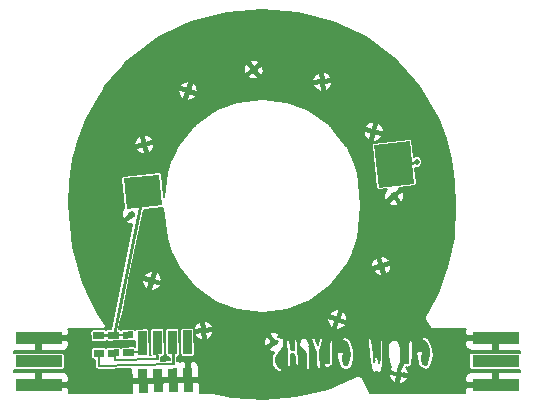
<source format=gbl>
G04 #@! TF.FileFunction,Copper,L2,Bot,Signal*
%FSLAX46Y46*%
G04 Gerber Fmt 4.6, Leading zero omitted, Abs format (unit mm)*
G04 Created by KiCad (PCBNEW 4.0.0-rc2-stable) date 3/3/2016 3:47:02 PM*
%MOMM*%
G01*
G04 APERTURE LIST*
%ADD10C,0.150000*%
%ADD11C,0.500000*%
%ADD12R,4.000000X1.000000*%
%ADD13C,0.600000*%
%ADD14C,0.254000*%
%ADD15C,0.152400*%
G04 APERTURE END LIST*
D10*
D11*
X79516907Y-49276389D03*
X68955111Y-46563032D03*
X62983160Y-45590028D03*
X58635500Y-41364257D03*
X56910963Y-35756249D03*
X57983218Y-29819245D03*
X61677802Y-25296593D03*
X67231556Y-23486245D03*
X73040884Y-24512742D03*
X77386460Y-28730322D03*
X79114792Y-34207444D03*
X78040051Y-40106100D03*
X74325939Y-44644685D03*
D12*
X49020836Y-46192207D03*
X49020836Y-48192207D03*
X49020836Y-50192207D03*
D13*
X50020836Y-46192207D03*
X50020836Y-48192207D03*
X50020836Y-50192207D03*
D12*
X87710130Y-50184090D03*
X87710130Y-48184090D03*
X87710130Y-46184090D03*
D13*
X86710130Y-50184090D03*
X86710130Y-48184090D03*
X86710130Y-46184090D03*
D10*
G36*
X56237199Y-32700136D02*
X59219632Y-32375957D01*
X59500587Y-34960732D01*
X56518154Y-35284911D01*
X56237199Y-32700136D01*
X56237199Y-32700136D01*
G37*
G36*
X77457859Y-29890585D02*
X80440292Y-29566405D01*
X80829307Y-33145325D01*
X77846874Y-33469505D01*
X77457859Y-29890585D01*
X77457859Y-29890585D01*
G37*
D11*
X81032457Y-31312642D03*
D10*
G36*
X57509703Y-50840419D02*
X57472179Y-48840772D01*
X58232045Y-48826513D01*
X58269569Y-50826160D01*
X57509703Y-50840419D01*
X57509703Y-50840419D01*
G37*
G36*
X58779480Y-50816591D02*
X58741956Y-48816944D01*
X59501822Y-48802685D01*
X59539346Y-50802332D01*
X58779480Y-50816591D01*
X58779480Y-50816591D01*
G37*
G36*
X60049256Y-50792764D02*
X60011732Y-48793117D01*
X60771598Y-48778858D01*
X60809122Y-50778505D01*
X60049256Y-50792764D01*
X60049256Y-50792764D01*
G37*
G36*
X61319033Y-50768936D02*
X61281509Y-48769289D01*
X62041375Y-48755030D01*
X62078899Y-50754677D01*
X61319033Y-50768936D01*
X61319033Y-50768936D01*
G37*
G36*
X57449665Y-47640982D02*
X57412141Y-45641335D01*
X58172007Y-45627076D01*
X58209531Y-47626723D01*
X57449665Y-47640982D01*
X57449665Y-47640982D01*
G37*
G36*
X58719442Y-47617154D02*
X58681918Y-45617507D01*
X59441784Y-45603248D01*
X59479308Y-47602895D01*
X58719442Y-47617154D01*
X58719442Y-47617154D01*
G37*
G36*
X59989218Y-47593327D02*
X59951694Y-45593680D01*
X60711560Y-45579421D01*
X60749084Y-47579068D01*
X59989218Y-47593327D01*
X59989218Y-47593327D01*
G37*
G36*
X61268993Y-47569312D02*
X61231469Y-45569664D01*
X61971339Y-45555780D01*
X62008863Y-47555428D01*
X61268993Y-47569312D01*
X61268993Y-47569312D01*
G37*
G36*
X56158622Y-46264962D02*
X56147365Y-45665068D01*
X57047206Y-45648182D01*
X57058463Y-46248076D01*
X56158622Y-46264962D01*
X56158622Y-46264962D01*
G37*
G36*
X56186764Y-47764698D02*
X56175507Y-47164804D01*
X57075348Y-47147918D01*
X57086605Y-47747812D01*
X56186764Y-47764698D01*
X56186764Y-47764698D01*
G37*
G36*
X54936984Y-47788151D02*
X54925727Y-47188257D01*
X55825568Y-47171371D01*
X55836825Y-47771265D01*
X54936984Y-47788151D01*
X54936984Y-47788151D01*
G37*
G36*
X54908842Y-46288415D02*
X54897585Y-45688521D01*
X55797426Y-45671635D01*
X55808683Y-46271529D01*
X54908842Y-46288415D01*
X54908842Y-46288415D01*
G37*
G36*
X53659062Y-46311867D02*
X53647805Y-45711973D01*
X54547646Y-45695087D01*
X54558903Y-46294981D01*
X53659062Y-46311867D01*
X53659062Y-46311867D01*
G37*
G36*
X53687204Y-47811603D02*
X53675947Y-47211709D01*
X54575788Y-47194823D01*
X54587045Y-47794717D01*
X53687204Y-47811603D01*
X53687204Y-47811603D01*
G37*
G36*
X56831959Y-47502547D02*
X56828207Y-47302582D01*
X57728049Y-47285697D01*
X57731801Y-47485662D01*
X56831959Y-47502547D01*
X56831959Y-47502547D01*
G37*
G36*
X55394410Y-48179638D02*
X55390657Y-47979673D01*
X59189988Y-47908378D01*
X59193741Y-48108343D01*
X55394410Y-48179638D01*
X55394410Y-48179638D01*
G37*
G36*
X54053090Y-48654886D02*
X54049338Y-48454921D01*
X60548194Y-48332970D01*
X60551946Y-48532935D01*
X54053090Y-48654886D01*
X54053090Y-48654886D01*
G37*
G36*
X55392533Y-48079655D02*
X55385028Y-47679725D01*
X55584993Y-47675973D01*
X55592498Y-48075903D01*
X55392533Y-48079655D01*
X55392533Y-48079655D01*
G37*
G36*
X58991900Y-48012113D02*
X58984395Y-47612183D01*
X59184360Y-47608431D01*
X59191865Y-48008361D01*
X58991900Y-48012113D01*
X58991900Y-48012113D01*
G37*
G36*
X60349166Y-48386714D02*
X60334157Y-47586855D01*
X60534122Y-47583102D01*
X60549131Y-48382961D01*
X60349166Y-48386714D01*
X60349166Y-48386714D01*
G37*
G36*
X54050275Y-48504913D02*
X54035266Y-47705054D01*
X54235231Y-47701301D01*
X54250240Y-48501160D01*
X54050275Y-48504913D01*
X54050275Y-48504913D01*
G37*
G36*
X54405177Y-46097831D02*
X54401425Y-45897866D01*
X56401073Y-45860343D01*
X56404825Y-46060308D01*
X54405177Y-46097831D01*
X54405177Y-46097831D01*
G37*
D14*
X79140000Y-31520000D02*
X81030000Y-31310000D01*
X79140000Y-31520000D02*
X81030000Y-31310000D01*
X79140000Y-31520000D02*
X81030000Y-31310000D01*
X79140000Y-31520000D02*
X81030000Y-31310000D01*
X79140000Y-31520000D02*
X81030000Y-31310000D01*
X79140000Y-31520000D02*
X81030000Y-31310000D01*
X79140000Y-31520000D02*
X81030000Y-31310000D01*
X79140000Y-31520000D02*
X81030000Y-31310000D01*
X79140000Y-31520000D02*
X81030000Y-31310000D01*
X57870000Y-33830000D02*
X55400000Y-45980000D01*
X57870000Y-33830000D02*
X55400000Y-45980000D01*
X57870000Y-33830000D02*
X55400000Y-45980000D01*
X57870000Y-33830000D02*
X55400000Y-45980000D01*
X57870000Y-33830000D02*
X55400000Y-45980000D01*
X57870000Y-33830000D02*
X55400000Y-45980000D01*
X57870000Y-33830000D02*
X55400000Y-45980000D01*
X57870000Y-33830000D02*
X55400000Y-45980000D01*
X57870000Y-33830000D02*
X55400000Y-45980000D01*
D15*
G36*
X70993118Y-18705634D02*
X73965699Y-19473386D01*
X76737567Y-20761027D01*
X79201515Y-22567268D01*
X81272764Y-24893742D01*
X82907667Y-27740049D01*
X83523972Y-29344399D01*
X83966259Y-31093889D01*
X84232263Y-32965768D01*
X84321026Y-34987598D01*
X84153178Y-37732404D01*
X83631483Y-40193231D01*
X82824433Y-42417537D01*
X81763019Y-44451088D01*
X81753380Y-44484024D01*
X81739039Y-44515205D01*
X81738252Y-44535716D01*
X81732486Y-44555417D01*
X81736185Y-44589538D01*
X81734869Y-44623829D01*
X81741990Y-44643079D01*
X81744203Y-44663487D01*
X81760678Y-44693594D01*
X81772585Y-44725781D01*
X82122585Y-45295781D01*
X82144820Y-45319792D01*
X82163000Y-45347000D01*
X82181403Y-45359296D01*
X82196445Y-45375540D01*
X82226179Y-45389215D01*
X82253384Y-45407393D01*
X82275093Y-45411711D01*
X82295205Y-45420961D01*
X82327907Y-45422216D01*
X82360000Y-45428600D01*
X85183624Y-45428600D01*
X85125930Y-45567885D01*
X85125930Y-45860240D01*
X85271980Y-46006290D01*
X85842210Y-46006290D01*
X85810718Y-46122423D01*
X85841512Y-46361890D01*
X85271980Y-46361890D01*
X85125930Y-46507940D01*
X85125930Y-46800295D01*
X85214869Y-47015013D01*
X85379208Y-47179351D01*
X85593926Y-47268290D01*
X87386280Y-47268290D01*
X87532330Y-47122240D01*
X87532330Y-46530488D01*
X87609542Y-46245757D01*
X87576176Y-45986290D01*
X87887930Y-45986290D01*
X87887930Y-46006290D01*
X87907930Y-46006290D01*
X87907930Y-46361890D01*
X87887930Y-46361890D01*
X87887930Y-47122240D01*
X88033980Y-47268290D01*
X89761400Y-47268290D01*
X89761400Y-47461394D01*
X89710130Y-47451012D01*
X85710130Y-47451012D01*
X85625416Y-47466952D01*
X85547612Y-47517018D01*
X85495415Y-47593410D01*
X85477052Y-47684090D01*
X85477052Y-48684090D01*
X85492992Y-48768804D01*
X85543058Y-48846608D01*
X85619450Y-48898805D01*
X85710130Y-48917168D01*
X89710130Y-48917168D01*
X89761400Y-48907521D01*
X89761400Y-49099890D01*
X88033980Y-49099890D01*
X87887930Y-49245940D01*
X87887930Y-50006290D01*
X87907930Y-50006290D01*
X87907930Y-50361890D01*
X87887930Y-50361890D01*
X87887930Y-50381890D01*
X87572626Y-50381890D01*
X87609542Y-50245757D01*
X87564677Y-49896873D01*
X87532330Y-49818780D01*
X87532330Y-49245940D01*
X87386280Y-49099890D01*
X85593926Y-49099890D01*
X85379208Y-49188829D01*
X85214869Y-49353167D01*
X85125930Y-49567885D01*
X85125930Y-49860240D01*
X85271980Y-50006290D01*
X85842210Y-50006290D01*
X85810718Y-50122423D01*
X85841512Y-50361890D01*
X85271980Y-50361890D01*
X85125930Y-50507940D01*
X85125930Y-50800295D01*
X85159525Y-50881400D01*
X77077623Y-50881400D01*
X76366143Y-49539495D01*
X76338903Y-49506075D01*
X76314489Y-49470520D01*
X76304779Y-49464208D01*
X76297464Y-49455234D01*
X76259506Y-49434781D01*
X76223347Y-49411277D01*
X76211962Y-49409162D01*
X76201768Y-49403669D01*
X76158867Y-49399298D01*
X76118194Y-49391742D01*
X78674222Y-49391742D01*
X78782511Y-49705443D01*
X79002606Y-49953824D01*
X79129346Y-50033503D01*
X79211751Y-49980848D01*
X79523839Y-49980848D01*
X79632260Y-50119074D01*
X79945961Y-50010785D01*
X80194342Y-49790690D01*
X80274021Y-49663950D01*
X80179431Y-49515915D01*
X79619168Y-49420585D01*
X79523839Y-49980848D01*
X79211751Y-49980848D01*
X79277381Y-49938913D01*
X79372711Y-49378650D01*
X78812448Y-49283321D01*
X78674222Y-49391742D01*
X76118194Y-49391742D01*
X76116471Y-49391422D01*
X76105144Y-49393825D01*
X76093624Y-49392651D01*
X76052317Y-49405030D01*
X76010133Y-49413978D01*
X73490929Y-50495053D01*
X70833657Y-51154450D01*
X68106522Y-51400582D01*
X65389425Y-51223380D01*
X63830255Y-50877994D01*
X63799839Y-50877335D01*
X63770000Y-50871400D01*
X62660663Y-50871400D01*
X62665176Y-50859900D01*
X62660816Y-50627532D01*
X62650310Y-50067686D01*
X62501546Y-49924402D01*
X61861309Y-49936416D01*
X61861684Y-49956412D01*
X61506146Y-49963084D01*
X61505771Y-49943088D01*
X60865534Y-49955102D01*
X60591532Y-49960244D01*
X60591907Y-49980240D01*
X60236369Y-49986912D01*
X60235994Y-49966916D01*
X59961994Y-49972058D01*
X59961993Y-49972057D01*
X59321756Y-49984071D01*
X59322131Y-50004067D01*
X58966593Y-50010739D01*
X58966218Y-49990743D01*
X58325981Y-50002757D01*
X58051979Y-50007899D01*
X58052354Y-50027895D01*
X57696816Y-50034567D01*
X57696441Y-50014571D01*
X57056204Y-50026585D01*
X56912920Y-50175349D01*
X56923425Y-50735196D01*
X56925981Y-50871400D01*
X51578946Y-50871400D01*
X51605036Y-50808412D01*
X51605036Y-50516057D01*
X51458986Y-50370007D01*
X50888756Y-50370007D01*
X50920248Y-50253874D01*
X50889454Y-50014407D01*
X51458986Y-50014407D01*
X51605036Y-49868357D01*
X51605036Y-49576002D01*
X51516097Y-49361284D01*
X51351758Y-49196946D01*
X51137040Y-49108007D01*
X49344686Y-49108007D01*
X49198636Y-49254057D01*
X49198636Y-49845809D01*
X49121424Y-50130540D01*
X49154790Y-50390007D01*
X48843036Y-50390007D01*
X48843036Y-50370007D01*
X48823036Y-50370007D01*
X48823036Y-50014407D01*
X48843036Y-50014407D01*
X48843036Y-49254057D01*
X48696986Y-49108007D01*
X46908600Y-49108007D01*
X46908600Y-48892193D01*
X46930156Y-48906922D01*
X47020836Y-48925285D01*
X51020836Y-48925285D01*
X51105550Y-48909345D01*
X51183354Y-48859279D01*
X51235551Y-48782887D01*
X51253914Y-48692207D01*
X51253914Y-47692207D01*
X51237974Y-47607493D01*
X51187908Y-47529689D01*
X51111516Y-47477492D01*
X51020836Y-47459129D01*
X47020836Y-47459129D01*
X46936122Y-47475069D01*
X46908600Y-47492779D01*
X46908600Y-47276407D01*
X48696986Y-47276407D01*
X48843036Y-47130357D01*
X48843036Y-46370007D01*
X48823036Y-46370007D01*
X48823036Y-46014407D01*
X48843036Y-46014407D01*
X48843036Y-45994407D01*
X49158340Y-45994407D01*
X49121424Y-46130540D01*
X49166289Y-46479424D01*
X49198636Y-46557517D01*
X49198636Y-47130357D01*
X49344686Y-47276407D01*
X51137040Y-47276407D01*
X51351758Y-47187468D01*
X51516097Y-47023130D01*
X51605036Y-46808412D01*
X51605036Y-46516057D01*
X51458986Y-46370007D01*
X50888756Y-46370007D01*
X50920248Y-46253874D01*
X50889454Y-46014407D01*
X51458986Y-46014407D01*
X51605036Y-45868357D01*
X51605036Y-45716346D01*
X53414768Y-45716346D01*
X53426025Y-46316240D01*
X53443552Y-46400640D01*
X53495068Y-46477492D01*
X53572426Y-46528245D01*
X53663435Y-46544904D01*
X54563276Y-46528018D01*
X54647676Y-46510491D01*
X54724527Y-46458975D01*
X54736215Y-46441161D01*
X54744848Y-46454040D01*
X54822206Y-46504793D01*
X54913215Y-46521452D01*
X55813056Y-46504566D01*
X55897456Y-46487039D01*
X55974307Y-46435523D01*
X55985995Y-46417708D01*
X55994628Y-46430587D01*
X56071986Y-46481340D01*
X56162995Y-46497999D01*
X57062836Y-46481113D01*
X57147236Y-46463586D01*
X57193865Y-46432329D01*
X57203747Y-46958940D01*
X57161984Y-46931540D01*
X57070975Y-46914881D01*
X56171134Y-46931767D01*
X56086734Y-46949294D01*
X56009883Y-47000810D01*
X55998195Y-47018625D01*
X55989562Y-47005746D01*
X55912204Y-46954993D01*
X55821195Y-46938334D01*
X54921354Y-46955220D01*
X54836954Y-46972747D01*
X54760103Y-47024263D01*
X54748415Y-47042077D01*
X54739782Y-47029198D01*
X54662424Y-46978445D01*
X54571415Y-46961786D01*
X53671574Y-46978672D01*
X53587174Y-46996199D01*
X53510323Y-47047715D01*
X53459569Y-47125073D01*
X53442910Y-47216082D01*
X53454167Y-47815976D01*
X53471694Y-47900376D01*
X53523210Y-47977228D01*
X53600568Y-48027981D01*
X53691577Y-48044640D01*
X53808478Y-48042446D01*
X53817238Y-48509286D01*
X53817239Y-48509291D01*
X53820053Y-48659259D01*
X53837580Y-48743659D01*
X53889096Y-48820510D01*
X53966454Y-48871264D01*
X54057463Y-48887923D01*
X56887765Y-48834812D01*
X56890262Y-48967917D01*
X56900768Y-49527763D01*
X57049532Y-49671047D01*
X57689769Y-49659033D01*
X57689394Y-49639037D01*
X58044932Y-49632365D01*
X58045307Y-49652361D01*
X58685544Y-49640347D01*
X58959546Y-49635205D01*
X58959171Y-49615209D01*
X59314709Y-49608537D01*
X59315084Y-49628533D01*
X59589084Y-49623391D01*
X59589085Y-49623392D01*
X60229322Y-49611378D01*
X60228947Y-49591382D01*
X60584485Y-49584710D01*
X60584860Y-49604706D01*
X61225097Y-49592692D01*
X61499099Y-49587550D01*
X61475453Y-48327422D01*
X61468526Y-48320750D01*
X61830990Y-48320750D01*
X61854637Y-49580878D01*
X62494874Y-49568864D01*
X62638158Y-49420100D01*
X62627653Y-48860253D01*
X62623292Y-48627885D01*
X62530340Y-48414874D01*
X62362948Y-48253647D01*
X62146599Y-48168752D01*
X61974275Y-48171986D01*
X61830990Y-48320750D01*
X61468526Y-48320750D01*
X61326689Y-48184138D01*
X61154364Y-48187372D01*
X61016671Y-48247456D01*
X60876822Y-48192580D01*
X60778712Y-48194421D01*
X60771468Y-47808365D01*
X60837857Y-47794578D01*
X60914708Y-47743062D01*
X60965462Y-47665704D01*
X60982121Y-47574695D01*
X60944597Y-45575048D01*
X60944388Y-45574037D01*
X60998432Y-45574037D01*
X61035956Y-47573685D01*
X61053483Y-47658085D01*
X61104999Y-47734937D01*
X61182357Y-47785690D01*
X61273366Y-47802349D01*
X62013236Y-47788465D01*
X62097636Y-47770938D01*
X62174487Y-47719422D01*
X62225241Y-47642064D01*
X62241900Y-47551055D01*
X62236833Y-47281006D01*
X68499109Y-47281006D01*
X68808577Y-47400859D01*
X68980154Y-47396876D01*
X68914087Y-47468229D01*
X68899590Y-47490865D01*
X68779590Y-47780865D01*
X68774388Y-47800549D01*
X68754388Y-47960549D01*
X68753800Y-47970000D01*
X68753800Y-48280000D01*
X68756622Y-48300546D01*
X68826622Y-48550546D01*
X68834397Y-48568765D01*
X68964397Y-48788765D01*
X68979025Y-48806639D01*
X69179025Y-48986639D01*
X69191605Y-48995820D01*
X69311605Y-49065820D01*
X69350000Y-49076200D01*
X69490000Y-49076200D01*
X69502527Y-49075163D01*
X69562527Y-49065163D01*
X69593430Y-49052612D01*
X69614368Y-49030783D01*
X69625163Y-49002527D01*
X69635163Y-48942527D01*
X69636200Y-48930000D01*
X69636200Y-48860000D01*
X69623605Y-48818038D01*
X69602268Y-48796598D01*
X69371337Y-48642644D01*
X69176452Y-48410637D01*
X69116200Y-48255705D01*
X69116200Y-48034466D01*
X69133738Y-47885393D01*
X69431690Y-47395213D01*
X69707346Y-47080178D01*
X69724174Y-47047453D01*
X69764174Y-46877453D01*
X69766200Y-46860000D01*
X69766200Y-46778605D01*
X69792938Y-46709566D01*
X69786740Y-46442539D01*
X70003842Y-46442539D01*
X70043816Y-47641758D01*
X70053800Y-48410528D01*
X70053800Y-48510000D01*
X70054837Y-48522527D01*
X70064837Y-48582527D01*
X70077388Y-48613430D01*
X70099217Y-48634368D01*
X70127473Y-48645163D01*
X70187473Y-48655163D01*
X70200000Y-48656200D01*
X70270000Y-48656200D01*
X70284944Y-48654720D01*
X70334944Y-48644720D01*
X70363430Y-48632612D01*
X70384368Y-48610783D01*
X70395163Y-48582527D01*
X70405163Y-48522527D01*
X70406105Y-48506195D01*
X70376200Y-47908095D01*
X70376200Y-47529951D01*
X70527473Y-47555163D01*
X70540000Y-47556200D01*
X70668711Y-47556200D01*
X70693969Y-47935069D01*
X70694536Y-47940565D01*
X70764536Y-48440565D01*
X70772999Y-48466295D01*
X70792398Y-48489502D01*
X70842398Y-48529502D01*
X70860354Y-48540197D01*
X70890000Y-48546200D01*
X70960000Y-48546200D01*
X70974944Y-48544720D01*
X71024944Y-48534720D01*
X71056775Y-48520154D01*
X71076493Y-48497217D01*
X71085734Y-48468415D01*
X71095734Y-48378415D01*
X71095998Y-48364453D01*
X70995998Y-46994453D01*
X70995509Y-46989761D01*
X70961151Y-46736369D01*
X71075029Y-46736369D01*
X71075280Y-46764944D01*
X71105280Y-46914944D01*
X71125112Y-46952855D01*
X71385112Y-47222855D01*
X71402505Y-47236337D01*
X71598109Y-47346896D01*
X71634178Y-47707582D01*
X71638652Y-47726756D01*
X71661341Y-47787260D01*
X71634959Y-47936758D01*
X71633800Y-47950000D01*
X71633800Y-48780000D01*
X71634837Y-48792527D01*
X71644837Y-48852527D01*
X71657388Y-48883430D01*
X71679217Y-48904368D01*
X71707473Y-48915163D01*
X71767473Y-48925163D01*
X71780000Y-48926200D01*
X71890000Y-48926200D01*
X71914630Y-48922110D01*
X71940745Y-48906846D01*
X71958863Y-48882625D01*
X71966130Y-48853263D01*
X71996019Y-48155848D01*
X72025734Y-47888415D01*
X72018155Y-47845922D01*
X72008606Y-47826823D01*
X72014230Y-47820999D01*
X72025121Y-47792780D01*
X72024174Y-47762547D01*
X71986200Y-47601158D01*
X71986200Y-46990000D01*
X71980989Y-46962305D01*
X71964621Y-46936868D01*
X71949109Y-46926269D01*
X71960323Y-46916558D01*
X71973684Y-46889421D01*
X71975434Y-46859224D01*
X71935434Y-46579224D01*
X71923402Y-46547732D01*
X71763402Y-46307732D01*
X71754209Y-46299398D01*
X72093802Y-46299398D01*
X72099571Y-46329090D01*
X72288168Y-46785694D01*
X72494822Y-47464699D01*
X72513895Y-47674503D01*
X72533829Y-48402087D01*
X72534732Y-48411884D01*
X72594732Y-48791884D01*
X72599011Y-48807695D01*
X72615379Y-48833132D01*
X72640354Y-48850197D01*
X72670000Y-48856200D01*
X72770000Y-48856200D01*
X72807806Y-48846160D01*
X72877806Y-48806160D01*
X72897998Y-48789423D01*
X72912657Y-48762964D01*
X72915867Y-48732887D01*
X72894886Y-48509087D01*
X73174344Y-48509087D01*
X73183840Y-48537806D01*
X73223840Y-48607806D01*
X73255922Y-48638155D01*
X73455922Y-48738155D01*
X73498415Y-48745734D01*
X73678415Y-48725734D01*
X73700570Y-48719799D01*
X73725318Y-48702406D01*
X73905318Y-48512406D01*
X73916252Y-48497645D01*
X73925678Y-48468903D01*
X73945678Y-48298903D01*
X73946015Y-48295303D01*
X73976015Y-47865303D01*
X73976200Y-47860000D01*
X73976200Y-47553033D01*
X74254119Y-47553033D01*
X74257387Y-47583104D01*
X74325888Y-47798394D01*
X74435010Y-48403523D01*
X74441202Y-48422761D01*
X74541202Y-48632761D01*
X74563946Y-48660708D01*
X74853946Y-48880708D01*
X74892418Y-48895822D01*
X75092418Y-48915822D01*
X75113631Y-48914971D01*
X75223631Y-48894971D01*
X75255202Y-48881345D01*
X75445202Y-48741345D01*
X75468155Y-48714078D01*
X75608155Y-48434078D01*
X75613823Y-48418885D01*
X75723823Y-47988885D01*
X75725734Y-47978415D01*
X75755734Y-47708415D01*
X75756200Y-47700000D01*
X75756200Y-47660000D01*
X75755678Y-47651097D01*
X75715678Y-47311097D01*
X75714157Y-47302472D01*
X75584157Y-46752472D01*
X75576611Y-46732994D01*
X75384648Y-46387459D01*
X76894166Y-46387459D01*
X77014166Y-47607459D01*
X77014524Y-47610483D01*
X77164524Y-48690483D01*
X77165945Y-48697953D01*
X77245945Y-49027953D01*
X77262091Y-49059528D01*
X77285922Y-49078155D01*
X77325922Y-49098155D01*
X77338104Y-49102986D01*
X77438104Y-49132986D01*
X77441519Y-49133925D01*
X77481519Y-49143925D01*
X77510545Y-49145467D01*
X77539075Y-49135418D01*
X77561448Y-49115062D01*
X77653783Y-48989151D01*
X77688239Y-49085629D01*
X77696020Y-49101388D01*
X77717163Y-49123019D01*
X77745056Y-49134720D01*
X77795056Y-49144720D01*
X77810000Y-49146200D01*
X77870000Y-49146200D01*
X77884944Y-49144720D01*
X77934944Y-49134720D01*
X77964940Y-49121537D01*
X77985341Y-49099205D01*
X78075341Y-48949205D01*
X78084461Y-48926187D01*
X78184461Y-48466187D01*
X78185976Y-48455844D01*
X78225976Y-47935844D01*
X78226197Y-47929332D01*
X78216817Y-46860000D01*
X78623800Y-46860000D01*
X78623800Y-47410000D01*
X78623849Y-47412720D01*
X78633849Y-47692720D01*
X78634228Y-47698061D01*
X78684228Y-48168061D01*
X78686580Y-48180394D01*
X78786580Y-48540394D01*
X78797447Y-48563515D01*
X78892461Y-48700097D01*
X78790813Y-48801745D01*
X78805381Y-48816313D01*
X78759793Y-48888828D01*
X78854383Y-49036863D01*
X79061105Y-49072037D01*
X79251316Y-49262248D01*
X79386210Y-49127354D01*
X79414646Y-49132193D01*
X79421469Y-49092095D01*
X79502766Y-49010798D01*
X79531048Y-49010798D01*
X79665942Y-49145692D01*
X79661103Y-49174128D01*
X79701201Y-49180951D01*
X79782498Y-49262248D01*
X79840153Y-49204593D01*
X80221366Y-49269457D01*
X80359592Y-49161036D01*
X80251303Y-48847335D01*
X80225984Y-48818762D01*
X80243001Y-48801745D01*
X80122899Y-48681643D01*
X80175922Y-48708155D01*
X80214475Y-48716069D01*
X80384475Y-48706069D01*
X80408673Y-48700599D01*
X80433882Y-48683882D01*
X80623882Y-48493882D01*
X80638444Y-48473494D01*
X80646083Y-48444227D01*
X80656055Y-48264724D01*
X80686015Y-47835303D01*
X80686185Y-47831524D01*
X80692134Y-47534073D01*
X80974031Y-47534073D01*
X80977710Y-47564097D01*
X81045789Y-47768333D01*
X81144804Y-48372327D01*
X81151202Y-48392761D01*
X81251202Y-48602761D01*
X81274938Y-48631448D01*
X81574938Y-48851448D01*
X81612023Y-48865781D01*
X81802023Y-48885781D01*
X81816899Y-48885887D01*
X81926899Y-48875887D01*
X81967217Y-48859808D01*
X82157217Y-48709808D01*
X82177169Y-48685983D01*
X82327169Y-48405983D01*
X82334219Y-48387260D01*
X82434219Y-47957260D01*
X82435734Y-47948415D01*
X82465734Y-47678415D01*
X82466200Y-47670000D01*
X82466200Y-47630000D01*
X82465678Y-47621097D01*
X82425678Y-47281097D01*
X82424083Y-47272165D01*
X82294083Y-46732165D01*
X82287034Y-46713766D01*
X82087034Y-46343766D01*
X82061700Y-46316223D01*
X81801700Y-46146223D01*
X81768903Y-46134322D01*
X81598903Y-46114322D01*
X81561700Y-46119250D01*
X81511700Y-46139250D01*
X81496186Y-46147656D01*
X81475383Y-46169614D01*
X81425383Y-46249614D01*
X81414878Y-46277225D01*
X81415827Y-46307458D01*
X81428463Y-46334940D01*
X81450795Y-46355341D01*
X81786881Y-46556993D01*
X81910947Y-46734229D01*
X82064195Y-47213130D01*
X82073800Y-47501279D01*
X82073800Y-47635889D01*
X82034911Y-47995616D01*
X81939461Y-48339233D01*
X81874851Y-48444226D01*
X81858893Y-48453800D01*
X81697913Y-48453800D01*
X81604816Y-48375026D01*
X81475744Y-48015469D01*
X81466200Y-47738679D01*
X81466200Y-47703228D01*
X81581850Y-47595839D01*
X81600197Y-47569646D01*
X81606200Y-47540000D01*
X81606200Y-47500000D01*
X81600750Y-47471700D01*
X81580750Y-47421700D01*
X81572344Y-47406186D01*
X81550386Y-47385383D01*
X81470386Y-47335383D01*
X81430000Y-47323800D01*
X81170000Y-47323800D01*
X81154032Y-47325492D01*
X81126302Y-47337575D01*
X81026302Y-47407575D01*
X81010649Y-47422210D01*
X80996732Y-47449066D01*
X80976732Y-47519066D01*
X80974031Y-47534073D01*
X80692134Y-47534073D01*
X80696185Y-47331524D01*
X80696194Y-47329071D01*
X80686194Y-46509071D01*
X80682290Y-46485903D01*
X80662290Y-46425903D01*
X80643596Y-46395834D01*
X80618300Y-46379250D01*
X80568300Y-46359250D01*
X80540000Y-46353800D01*
X80510000Y-46353800D01*
X80470795Y-46364659D01*
X80420795Y-46394659D01*
X80395420Y-46419555D01*
X80384772Y-46447866D01*
X80334772Y-46757866D01*
X80333800Y-46770000D01*
X80333800Y-48056645D01*
X80310228Y-48323800D01*
X80284554Y-48323800D01*
X80039079Y-48294343D01*
X80012542Y-48295827D01*
X79985060Y-48308463D01*
X79964659Y-48330795D01*
X79904659Y-48430795D01*
X79896769Y-48448937D01*
X79894344Y-48479087D01*
X79903840Y-48507806D01*
X79913716Y-48525089D01*
X79904468Y-48519275D01*
X79756433Y-48613865D01*
X79721259Y-48820587D01*
X79531048Y-49010798D01*
X79502766Y-49010798D01*
X79445111Y-48953143D01*
X79478129Y-48759094D01*
X79479221Y-48758170D01*
X79496611Y-48737006D01*
X79546611Y-48647006D01*
X79556171Y-48612105D01*
X79550989Y-48582305D01*
X79540533Y-48566056D01*
X79578298Y-48555876D01*
X79600910Y-48535786D01*
X79613925Y-48508481D01*
X79693925Y-48188481D01*
X79695806Y-48177735D01*
X79745806Y-47687735D01*
X79746131Y-47676760D01*
X79726131Y-47206760D01*
X79723652Y-47190460D01*
X79593652Y-46700460D01*
X79582006Y-46675710D01*
X79432006Y-46465710D01*
X79416782Y-46449851D01*
X79326782Y-46379851D01*
X79309646Y-46369803D01*
X79280000Y-46363800D01*
X79040000Y-46363800D01*
X79017271Y-46367269D01*
X78857271Y-46417269D01*
X78820774Y-46442055D01*
X78650774Y-46652055D01*
X78641789Y-46666033D01*
X78633948Y-46695247D01*
X78623948Y-46855247D01*
X78623800Y-46860000D01*
X78216817Y-46860000D01*
X78216197Y-46789332D01*
X78215707Y-46781348D01*
X78175707Y-46431348D01*
X78167881Y-46405378D01*
X78149063Y-46381697D01*
X78122514Y-46367202D01*
X78092418Y-46364178D01*
X77992418Y-46374178D01*
X77972305Y-46379011D01*
X77946868Y-46395379D01*
X77929803Y-46420354D01*
X77923800Y-46450000D01*
X77923800Y-46534359D01*
X77899961Y-46589983D01*
X77893922Y-46624306D01*
X77923859Y-47153190D01*
X77933800Y-47511072D01*
X77933800Y-47578278D01*
X77913997Y-48013934D01*
X77878220Y-48326991D01*
X77875840Y-48302601D01*
X77874720Y-48295056D01*
X77784720Y-47845056D01*
X77771537Y-47815060D01*
X77749205Y-47794659D01*
X77699205Y-47764659D01*
X77660000Y-47753800D01*
X77630000Y-47753800D01*
X77601700Y-47759250D01*
X77551700Y-47779250D01*
X77532571Y-47790360D01*
X77513104Y-47813511D01*
X77453104Y-47923511D01*
X77445353Y-47944696D01*
X77445280Y-47974944D01*
X77455280Y-48024944D01*
X77461845Y-48044078D01*
X77481162Y-48082712D01*
X77453236Y-48275403D01*
X77395898Y-47633223D01*
X77395563Y-47630171D01*
X77235563Y-46400171D01*
X77225341Y-46370795D01*
X77165341Y-46270795D01*
X77154621Y-46256868D01*
X77129646Y-46239803D01*
X77100000Y-46233800D01*
X77040000Y-46233800D01*
X77015903Y-46237710D01*
X76955903Y-46257710D01*
X76938612Y-46266020D01*
X76916981Y-46287163D01*
X76905280Y-46315056D01*
X76895280Y-46365056D01*
X76894166Y-46387459D01*
X75384648Y-46387459D01*
X75376611Y-46372994D01*
X75352268Y-46346598D01*
X75082268Y-46166598D01*
X75044753Y-46153948D01*
X74884753Y-46143948D01*
X74851700Y-46149250D01*
X74801700Y-46169250D01*
X74786186Y-46177656D01*
X74765383Y-46199614D01*
X74715383Y-46279614D01*
X74705049Y-46306259D01*
X74705608Y-46336502D01*
X74717889Y-46364144D01*
X74739957Y-46384831D01*
X75066588Y-46586574D01*
X75190947Y-46764229D01*
X75344616Y-47244445D01*
X75363800Y-47522619D01*
X75363800Y-47656004D01*
X75324883Y-48025715D01*
X75230024Y-48367206D01*
X75156704Y-48473114D01*
X75138893Y-48483800D01*
X74987913Y-48483800D01*
X74895065Y-48405237D01*
X74765739Y-48035731D01*
X74756200Y-47768652D01*
X74756200Y-47731564D01*
X74873882Y-47613882D01*
X74887678Y-47595016D01*
X74895969Y-47565927D01*
X74892290Y-47535903D01*
X74883789Y-47510398D01*
X74874720Y-47465056D01*
X74860006Y-47433035D01*
X74837006Y-47413389D01*
X74747006Y-47363389D01*
X74710000Y-47353800D01*
X74460000Y-47353800D01*
X74444032Y-47355492D01*
X74416302Y-47367575D01*
X74316302Y-47437575D01*
X74291845Y-47465922D01*
X74261845Y-47525922D01*
X74254119Y-47553033D01*
X73976200Y-47553033D01*
X73976200Y-46530000D01*
X73972290Y-46505903D01*
X73952290Y-46445903D01*
X73943980Y-46428612D01*
X73922837Y-46406981D01*
X73894944Y-46395280D01*
X73844944Y-46385280D01*
X73830000Y-46383800D01*
X73790000Y-46383800D01*
X73771599Y-46386055D01*
X73744280Y-46399040D01*
X73704280Y-46429040D01*
X73685420Y-46449555D01*
X73674772Y-46477866D01*
X73624772Y-46787866D01*
X73623849Y-46797280D01*
X73613849Y-47077280D01*
X73613804Y-47080762D01*
X73623757Y-48076040D01*
X73592013Y-48353800D01*
X73564747Y-48353800D01*
X73329451Y-48324388D01*
X73307795Y-48324784D01*
X73279494Y-48335458D01*
X73257575Y-48356302D01*
X73187575Y-48456302D01*
X73176769Y-48478937D01*
X73174344Y-48509087D01*
X72894886Y-48509087D01*
X72826031Y-47774640D01*
X72807963Y-47395213D01*
X72827602Y-47379502D01*
X72852683Y-47342882D01*
X73022683Y-46802882D01*
X73024013Y-46798126D01*
X73144013Y-46308126D01*
X73146200Y-46290000D01*
X73146200Y-46230000D01*
X73140989Y-46202305D01*
X73124621Y-46176868D01*
X73099646Y-46159803D01*
X73070000Y-46153800D01*
X73000000Y-46153800D01*
X72960795Y-46164659D01*
X72910795Y-46194659D01*
X72895834Y-46206404D01*
X72879250Y-46231700D01*
X72719250Y-46631700D01*
X72716580Y-46639606D01*
X72665433Y-46823733D01*
X72591019Y-46632382D01*
X72589426Y-46628593D01*
X72399426Y-46208593D01*
X72383882Y-46186118D01*
X72333882Y-46136118D01*
X72310981Y-46120383D01*
X72281455Y-46113814D01*
X72251700Y-46119250D01*
X72201700Y-46139250D01*
X72188038Y-46146395D01*
X72166598Y-46167732D01*
X72106598Y-46257732D01*
X72093802Y-46299398D01*
X71754209Y-46299398D01*
X71735859Y-46282765D01*
X71585859Y-46202765D01*
X71550000Y-46193800D01*
X71400000Y-46193800D01*
X71363511Y-46203104D01*
X71253511Y-46263104D01*
X71240472Y-46272091D01*
X71221845Y-46295922D01*
X71121845Y-46495922D01*
X71115029Y-46516369D01*
X71075029Y-46736369D01*
X70961151Y-46736369D01*
X70915509Y-46399761D01*
X70900567Y-46363761D01*
X70877806Y-46343840D01*
X70807806Y-46303840D01*
X70770000Y-46293800D01*
X70740000Y-46293800D01*
X70724352Y-46295424D01*
X70696570Y-46307388D01*
X70675632Y-46329217D01*
X70664837Y-46357473D01*
X70634837Y-46537473D01*
X70633800Y-46550000D01*
X70633800Y-46920000D01*
X70634078Y-46926508D01*
X70656989Y-47193800D01*
X70503817Y-47193800D01*
X70372212Y-47144448D01*
X70365040Y-47137276D01*
X70356148Y-46897180D01*
X70355560Y-46890144D01*
X70295560Y-46430144D01*
X70290989Y-46412305D01*
X70274621Y-46386868D01*
X70249646Y-46369803D01*
X70220000Y-46363800D01*
X70080000Y-46363800D01*
X70049955Y-46369973D01*
X70025078Y-46387180D01*
X70008855Y-46412709D01*
X70003842Y-46442539D01*
X69786740Y-46442539D01*
X69785237Y-46377789D01*
X69739900Y-46235113D01*
X69565784Y-46211764D01*
X69524406Y-46246642D01*
X69443882Y-46166118D01*
X69424250Y-46151931D01*
X69395069Y-46143969D01*
X69268340Y-46135520D01*
X69404659Y-46020614D01*
X69411113Y-45845058D01*
X69101645Y-45725205D01*
X68769868Y-45732906D01*
X68627192Y-45778243D01*
X68603843Y-45952359D01*
X68970124Y-46386894D01*
X69023800Y-46341649D01*
X69023800Y-46380000D01*
X69029011Y-46407695D01*
X69045379Y-46433132D01*
X69070354Y-46450197D01*
X69100000Y-46456200D01*
X69242799Y-46456200D01*
X69259545Y-46469901D01*
X69131249Y-46578045D01*
X69171765Y-46626110D01*
X68994347Y-46803528D01*
X68940098Y-46739170D01*
X68505563Y-47105450D01*
X68499109Y-47281006D01*
X62236833Y-47281006D01*
X62211993Y-45957284D01*
X62215991Y-45957284D01*
X62414931Y-46222911D01*
X62700379Y-46392187D01*
X62845401Y-46429341D01*
X62856039Y-46416498D01*
X68117284Y-46416498D01*
X68124985Y-46748275D01*
X68170322Y-46890951D01*
X68344438Y-46914300D01*
X68778973Y-46548019D01*
X68412693Y-46113484D01*
X68237137Y-46107030D01*
X68117284Y-46416498D01*
X62856039Y-46416498D01*
X62957466Y-46294052D01*
X62877094Y-45731449D01*
X62314491Y-45811821D01*
X62215991Y-45957284D01*
X62211993Y-45957284D01*
X62207092Y-45696094D01*
X63124581Y-45696094D01*
X63204953Y-46258697D01*
X63350416Y-46357197D01*
X63616043Y-46158257D01*
X63785319Y-45872809D01*
X63822473Y-45727787D01*
X63687184Y-45615722D01*
X63124581Y-45696094D01*
X62207092Y-45696094D01*
X62204376Y-45551407D01*
X62192086Y-45492228D01*
X62279136Y-45564334D01*
X62841739Y-45483962D01*
X62761367Y-44921359D01*
X62709156Y-44886004D01*
X63008854Y-44886004D01*
X63089226Y-45448607D01*
X63651829Y-45368235D01*
X63670426Y-45340770D01*
X74217417Y-45340770D01*
X74301739Y-45494884D01*
X74628938Y-45439428D01*
X74910009Y-45262979D01*
X75009366Y-45150997D01*
X74940295Y-44989471D01*
X74403207Y-44803681D01*
X74217417Y-45340770D01*
X63670426Y-45340770D01*
X63750329Y-45222772D01*
X63551389Y-44957145D01*
X63265941Y-44787869D01*
X63120919Y-44750715D01*
X63008854Y-44886004D01*
X62709156Y-44886004D01*
X62615904Y-44822859D01*
X62350277Y-45021799D01*
X62181001Y-45307247D01*
X62153006Y-45416520D01*
X62135333Y-45390155D01*
X62057975Y-45339402D01*
X61966966Y-45322743D01*
X61227096Y-45336627D01*
X61142696Y-45354154D01*
X61065845Y-45405670D01*
X61015091Y-45483028D01*
X60998432Y-45574037D01*
X60944388Y-45574037D01*
X60927070Y-45490648D01*
X60875554Y-45413797D01*
X60798196Y-45363043D01*
X60707187Y-45346384D01*
X59947321Y-45360643D01*
X59862921Y-45378170D01*
X59786070Y-45429686D01*
X59735316Y-45507044D01*
X59718657Y-45598053D01*
X59756181Y-47597700D01*
X59773708Y-47682100D01*
X59825224Y-47758951D01*
X59902582Y-47809705D01*
X59993591Y-47826364D01*
X60105493Y-47824264D01*
X60110818Y-48108058D01*
X59423669Y-48120953D01*
X59426778Y-48103969D01*
X59424902Y-48003988D01*
X59421770Y-47837094D01*
X59483681Y-47835932D01*
X59568081Y-47818405D01*
X59644932Y-47766889D01*
X59695686Y-47689531D01*
X59712345Y-47598522D01*
X59674821Y-45598875D01*
X59657294Y-45514475D01*
X59605778Y-45437624D01*
X59528420Y-45386870D01*
X59437411Y-45370211D01*
X58677545Y-45384470D01*
X58593145Y-45401997D01*
X58516294Y-45453513D01*
X58465540Y-45530871D01*
X58448881Y-45621880D01*
X58486405Y-47621527D01*
X58500251Y-47688202D01*
X58430274Y-47689515D01*
X58442568Y-47622350D01*
X58405044Y-45622703D01*
X58387517Y-45538303D01*
X58336001Y-45461452D01*
X58258643Y-45410698D01*
X58167634Y-45394039D01*
X57407768Y-45408298D01*
X57323368Y-45425825D01*
X57246517Y-45477341D01*
X57227319Y-45506603D01*
X57211200Y-45482557D01*
X57133842Y-45431804D01*
X57042833Y-45415145D01*
X56142992Y-45432031D01*
X56058592Y-45449558D01*
X55981741Y-45501074D01*
X55970053Y-45518889D01*
X55961420Y-45506010D01*
X55884062Y-45455257D01*
X55870070Y-45452696D01*
X56039251Y-44620485D01*
X73475740Y-44620485D01*
X73531196Y-44947684D01*
X73707645Y-45228755D01*
X73819627Y-45328112D01*
X73981153Y-45259041D01*
X74166943Y-44721953D01*
X73720205Y-44567417D01*
X74484935Y-44567417D01*
X75022024Y-44753207D01*
X75176138Y-44668885D01*
X75120682Y-44341686D01*
X74944233Y-44060615D01*
X74832251Y-43961258D01*
X74670725Y-44030329D01*
X74484935Y-44567417D01*
X73720205Y-44567417D01*
X73629854Y-44536163D01*
X73475740Y-44620485D01*
X56039251Y-44620485D01*
X56137260Y-44138373D01*
X73642512Y-44138373D01*
X73711583Y-44299899D01*
X74248671Y-44485689D01*
X74434461Y-43948600D01*
X74350139Y-43794486D01*
X74022940Y-43849942D01*
X73741869Y-44026391D01*
X73642512Y-44138373D01*
X56137260Y-44138373D01*
X56696167Y-41389098D01*
X57785319Y-41389098D01*
X57859541Y-41712557D01*
X58051897Y-41982991D01*
X58169419Y-42075729D01*
X58190097Y-42065439D01*
X58567277Y-42065439D01*
X58660341Y-42214438D01*
X58983800Y-42140216D01*
X59254234Y-41947860D01*
X59346972Y-41830338D01*
X59268707Y-41673061D01*
X58721803Y-41518535D01*
X58567277Y-42065439D01*
X58190097Y-42065439D01*
X58326696Y-41997464D01*
X58481222Y-41450560D01*
X57934318Y-41296034D01*
X57785319Y-41389098D01*
X56696167Y-41389098D01*
X56718761Y-41277954D01*
X58789778Y-41277954D01*
X59336682Y-41432480D01*
X59485681Y-41339416D01*
X59411459Y-41015957D01*
X59219103Y-40745523D01*
X59101581Y-40652785D01*
X58944304Y-40731050D01*
X58789778Y-41277954D01*
X56718761Y-41277954D01*
X56795967Y-40898176D01*
X57924028Y-40898176D01*
X58002293Y-41055453D01*
X58549197Y-41209979D01*
X58703723Y-40663075D01*
X58610659Y-40514076D01*
X58287200Y-40588298D01*
X58016766Y-40780654D01*
X57924028Y-40898176D01*
X56795967Y-40898176D01*
X57920426Y-35366940D01*
X59525773Y-35192445D01*
X59599632Y-35170062D01*
X59883092Y-37730654D01*
X59891360Y-37756770D01*
X59894366Y-37784004D01*
X60264366Y-38954003D01*
X60275242Y-38973787D01*
X60281288Y-38995540D01*
X60811288Y-40045540D01*
X60828640Y-40067723D01*
X60841462Y-40092798D01*
X62201462Y-41812797D01*
X62229545Y-41836712D01*
X62254364Y-41864015D01*
X63904365Y-43084015D01*
X63937890Y-43099812D01*
X63969156Y-43119708D01*
X65849156Y-43849708D01*
X65883076Y-43855672D01*
X65915781Y-43866491D01*
X67935781Y-44116491D01*
X67970084Y-44113975D01*
X68004387Y-44116470D01*
X70014387Y-43866470D01*
X70048208Y-43855259D01*
X70083232Y-43848768D01*
X71963232Y-43098768D01*
X71993706Y-43078979D01*
X72026509Y-43063366D01*
X73676510Y-41833366D01*
X73700599Y-41806657D01*
X73728047Y-41783417D01*
X74691011Y-40572630D01*
X77328873Y-40572630D01*
X77561541Y-40809274D01*
X77867059Y-40938865D01*
X78015746Y-40956296D01*
X78108716Y-40807239D01*
X77953845Y-40260433D01*
X77407039Y-40415303D01*
X77328873Y-40572630D01*
X74691011Y-40572630D01*
X74993491Y-40192306D01*
X78194384Y-40192306D01*
X78349254Y-40739112D01*
X78506581Y-40817278D01*
X78743225Y-40584610D01*
X78872816Y-40279092D01*
X78890247Y-40130405D01*
X78741190Y-40037435D01*
X78194384Y-40192306D01*
X74993491Y-40192306D01*
X75081383Y-40081795D01*
X77189855Y-40081795D01*
X77338912Y-40174765D01*
X77885718Y-40019894D01*
X77730848Y-39473088D01*
X77593727Y-39404961D01*
X77971386Y-39404961D01*
X78126257Y-39951767D01*
X78673063Y-39796897D01*
X78751229Y-39639570D01*
X78518561Y-39402926D01*
X78213043Y-39273335D01*
X78064356Y-39255904D01*
X77971386Y-39404961D01*
X77593727Y-39404961D01*
X77573521Y-39394922D01*
X77336877Y-39627590D01*
X77207286Y-39933108D01*
X77189855Y-40081795D01*
X75081383Y-40081795D01*
X75088047Y-40073417D01*
X75100877Y-40048502D01*
X75118225Y-40026499D01*
X75648225Y-38986499D01*
X75654407Y-38964587D01*
X75665425Y-38944661D01*
X76035425Y-37784661D01*
X76038537Y-37757096D01*
X76046908Y-37730654D01*
X76346908Y-35020654D01*
X76344248Y-34989836D01*
X76346871Y-34959007D01*
X76342907Y-34923594D01*
X78655930Y-34923594D01*
X78964918Y-35044679D01*
X79296722Y-35038303D01*
X79439578Y-34993535D01*
X79463621Y-34819513D01*
X79099077Y-34383521D01*
X78663084Y-34748065D01*
X78655930Y-34923594D01*
X76342907Y-34923594D01*
X76046871Y-32279007D01*
X76038518Y-32252733D01*
X76035425Y-32225339D01*
X75665425Y-31065339D01*
X75654145Y-31044940D01*
X75647728Y-31022529D01*
X75117728Y-29992529D01*
X75100383Y-29970707D01*
X75087550Y-29945960D01*
X75063399Y-29915771D01*
X77226146Y-29915771D01*
X77615161Y-33494691D01*
X77640162Y-33577187D01*
X77698342Y-33649126D01*
X77779927Y-33692761D01*
X77872060Y-33701218D01*
X78487137Y-33634361D01*
X78388698Y-33732800D01*
X78404728Y-33748830D01*
X78398642Y-33748582D01*
X78277557Y-34057570D01*
X78283933Y-34389374D01*
X78328701Y-34532230D01*
X78502723Y-34556273D01*
X78901124Y-34223159D01*
X79290869Y-34223159D01*
X79655413Y-34659152D01*
X79830942Y-34666306D01*
X79952027Y-34357318D01*
X79945651Y-34025514D01*
X79900883Y-33882658D01*
X79726861Y-33858615D01*
X79290869Y-34223159D01*
X78901124Y-34223159D01*
X78938715Y-34191729D01*
X78898669Y-34143835D01*
X79076149Y-33966355D01*
X79130507Y-34031367D01*
X79566500Y-33666823D01*
X79572632Y-33516372D01*
X80854493Y-33377038D01*
X80936989Y-33352037D01*
X81008928Y-33293857D01*
X81052563Y-33212272D01*
X81061020Y-33120139D01*
X80915606Y-31782341D01*
X80936840Y-31791158D01*
X81127239Y-31791325D01*
X81303208Y-31718616D01*
X81437957Y-31584101D01*
X81510973Y-31408259D01*
X81511140Y-31217860D01*
X81438431Y-31041891D01*
X81303916Y-30907142D01*
X81128074Y-30834126D01*
X80937675Y-30833959D01*
X80817900Y-30883449D01*
X80672005Y-29541219D01*
X80647004Y-29458723D01*
X80588824Y-29386784D01*
X80507239Y-29343149D01*
X80415106Y-29334692D01*
X77432673Y-29658872D01*
X77350177Y-29683873D01*
X77278238Y-29742053D01*
X77234603Y-29823638D01*
X77226146Y-29915771D01*
X75063399Y-29915771D01*
X74136885Y-28757628D01*
X76536355Y-28757628D01*
X76611514Y-29080871D01*
X76804654Y-29350746D01*
X76922444Y-29443143D01*
X76945274Y-29431699D01*
X77320271Y-29431699D01*
X77413766Y-29580427D01*
X77737009Y-29505268D01*
X78006884Y-29312128D01*
X78099281Y-29194338D01*
X78020559Y-29037289D01*
X77473210Y-28884349D01*
X77320271Y-29431699D01*
X76945274Y-29431699D01*
X77079493Y-29364421D01*
X77232433Y-28817072D01*
X76685083Y-28664133D01*
X76536355Y-28757628D01*
X74136885Y-28757628D01*
X74045641Y-28643572D01*
X77540487Y-28643572D01*
X78087837Y-28796511D01*
X78236565Y-28703016D01*
X78161406Y-28379773D01*
X77968266Y-28109898D01*
X77850476Y-28017501D01*
X77693427Y-28096223D01*
X77540487Y-28643572D01*
X74045641Y-28643572D01*
X73743827Y-28266306D01*
X76673639Y-28266306D01*
X76752361Y-28423355D01*
X77299710Y-28576295D01*
X77452649Y-28028945D01*
X77359154Y-27880217D01*
X77035911Y-27955376D01*
X76766036Y-28148516D01*
X76673639Y-28266306D01*
X73743827Y-28266306D01*
X73727550Y-28245960D01*
X73699926Y-28222706D01*
X73675636Y-28195985D01*
X72025636Y-26975985D01*
X71992111Y-26960189D01*
X71960844Y-26940292D01*
X70080844Y-26210292D01*
X70046341Y-26204226D01*
X70013031Y-26193365D01*
X68003031Y-25953365D01*
X67970079Y-25955924D01*
X67937130Y-25953346D01*
X65917130Y-26193346D01*
X65883738Y-26204212D01*
X65849156Y-26210292D01*
X63969156Y-26940292D01*
X63937890Y-26960188D01*
X63904365Y-26975985D01*
X62254364Y-28195985D01*
X62230074Y-28222706D01*
X62202450Y-28245960D01*
X60842450Y-29945960D01*
X60829618Y-29970704D01*
X60812272Y-29992528D01*
X60282272Y-31022529D01*
X60275855Y-31044938D01*
X60264575Y-31065338D01*
X59894575Y-32225339D01*
X59891483Y-32252732D01*
X59883129Y-32279007D01*
X59660105Y-34271355D01*
X59451345Y-32350771D01*
X59426344Y-32268275D01*
X59368164Y-32196336D01*
X59286579Y-32152701D01*
X59194446Y-32144244D01*
X56212013Y-32468423D01*
X56129517Y-32493424D01*
X56057578Y-32551604D01*
X56013943Y-32633189D01*
X56005486Y-32725322D01*
X56273689Y-35192785D01*
X56184869Y-35281605D01*
X56201690Y-35298426D01*
X56194335Y-35298134D01*
X56073572Y-35607248D01*
X56080295Y-35939046D01*
X56125211Y-36081854D01*
X56299258Y-36105716D01*
X56734870Y-35740718D01*
X56694702Y-35692778D01*
X56872165Y-35515315D01*
X56926494Y-35580156D01*
X56974433Y-35539987D01*
X57128233Y-35693787D01*
X57117576Y-35746207D01*
X57087056Y-35771780D01*
X57107434Y-35796100D01*
X57096357Y-35850587D01*
X56949761Y-35997183D01*
X56895432Y-35932342D01*
X56459820Y-36297341D01*
X56452848Y-36472877D01*
X56761962Y-36593640D01*
X56946058Y-36589910D01*
X55144716Y-45450764D01*
X54893212Y-45455484D01*
X54808812Y-45473011D01*
X54731961Y-45524527D01*
X54720273Y-45542341D01*
X54711640Y-45529462D01*
X54634282Y-45478709D01*
X54543273Y-45462050D01*
X53643432Y-45478936D01*
X53559032Y-45496463D01*
X53482181Y-45547979D01*
X53431427Y-45625337D01*
X53414768Y-45716346D01*
X51605036Y-45716346D01*
X51605036Y-45576002D01*
X51543980Y-45428600D01*
X54440000Y-45428600D01*
X54475075Y-45421623D01*
X54510774Y-45419461D01*
X54527916Y-45411113D01*
X54546616Y-45407393D01*
X54576352Y-45387524D01*
X54608505Y-45371865D01*
X54621147Y-45357593D01*
X54637000Y-45347000D01*
X54656869Y-45317264D01*
X54680583Y-45290492D01*
X54686801Y-45272468D01*
X54697393Y-45256616D01*
X54704370Y-45221538D01*
X54716033Y-45187731D01*
X54714880Y-45168700D01*
X54718600Y-45150000D01*
X54711623Y-45114925D01*
X54709461Y-45079226D01*
X54701113Y-45062084D01*
X54697393Y-45043384D01*
X54677524Y-45013648D01*
X54661865Y-44981495D01*
X54077575Y-44212179D01*
X52751220Y-41559472D01*
X51895510Y-38480882D01*
X51609100Y-34984715D01*
X51697737Y-32965770D01*
X51963741Y-31093889D01*
X52168114Y-30285480D01*
X57271847Y-30285480D01*
X57504417Y-30522221D01*
X57809881Y-30651939D01*
X57958561Y-30669431D01*
X58051593Y-30520412D01*
X57896949Y-29973542D01*
X57350078Y-30128187D01*
X57271847Y-30285480D01*
X52168114Y-30285480D01*
X52264172Y-29905514D01*
X58137515Y-29905514D01*
X58292160Y-30452385D01*
X58449453Y-30530616D01*
X58686194Y-30298046D01*
X58815912Y-29992582D01*
X58833404Y-29843902D01*
X58684385Y-29750870D01*
X58137515Y-29905514D01*
X52264172Y-29905514D01*
X52292216Y-29794588D01*
X57133032Y-29794588D01*
X57282051Y-29887620D01*
X57828921Y-29732976D01*
X57674276Y-29186105D01*
X57537500Y-29118078D01*
X57914843Y-29118078D01*
X58069487Y-29664948D01*
X58616358Y-29510303D01*
X58694589Y-29353010D01*
X58462019Y-29116269D01*
X58156555Y-28986551D01*
X58007875Y-28969059D01*
X57914843Y-29118078D01*
X57537500Y-29118078D01*
X57516983Y-29107874D01*
X57280242Y-29340444D01*
X57150524Y-29645908D01*
X57133032Y-29794588D01*
X52292216Y-29794588D01*
X52406029Y-29344396D01*
X53022333Y-27740049D01*
X54026900Y-25991133D01*
X61559798Y-25991133D01*
X61642010Y-26146383D01*
X61969935Y-26095394D01*
X62253386Y-25922794D01*
X62354261Y-25812178D01*
X62287399Y-25649725D01*
X61752894Y-25456628D01*
X61559798Y-25991133D01*
X54026900Y-25991133D01*
X54446399Y-25260801D01*
X60828012Y-25260801D01*
X60879001Y-25588726D01*
X61051601Y-25872177D01*
X61162217Y-25973052D01*
X61324670Y-25906190D01*
X61517767Y-25371685D01*
X61102046Y-25221501D01*
X61837837Y-25221501D01*
X62372342Y-25414597D01*
X62527592Y-25332385D01*
X62476603Y-25004460D01*
X62399902Y-24878497D01*
X72272999Y-24878497D01*
X72471418Y-25144513D01*
X72756535Y-25314347D01*
X72901484Y-25351784D01*
X73013813Y-25216715D01*
X72934542Y-24653956D01*
X72371782Y-24733227D01*
X72272999Y-24878497D01*
X62399902Y-24878497D01*
X62304003Y-24721009D01*
X62193387Y-24620134D01*
X62030934Y-24686996D01*
X61837837Y-25221501D01*
X61102046Y-25221501D01*
X60983262Y-25178589D01*
X60828012Y-25260801D01*
X54446399Y-25260801D01*
X54657072Y-24894028D01*
X54758170Y-24781008D01*
X61001343Y-24781008D01*
X61068205Y-24943461D01*
X61602710Y-25136558D01*
X61789653Y-24619084D01*
X73182098Y-24619084D01*
X73261369Y-25181844D01*
X73406639Y-25280627D01*
X73672655Y-25082208D01*
X73842489Y-24797091D01*
X73879926Y-24652142D01*
X73744857Y-24539813D01*
X73182098Y-24619084D01*
X61789653Y-24619084D01*
X61795806Y-24602053D01*
X61713594Y-24446803D01*
X61385669Y-24497792D01*
X61102218Y-24670392D01*
X61001343Y-24781008D01*
X54758170Y-24781008D01*
X55122832Y-24373342D01*
X72201842Y-24373342D01*
X72336911Y-24485671D01*
X72899670Y-24406400D01*
X72820399Y-23843640D01*
X72769118Y-23808769D01*
X73067955Y-23808769D01*
X73147226Y-24371528D01*
X73709986Y-24292257D01*
X73808769Y-24146987D01*
X73610350Y-23880971D01*
X73325233Y-23711137D01*
X73180284Y-23673700D01*
X73067955Y-23808769D01*
X72769118Y-23808769D01*
X72675129Y-23744857D01*
X72409113Y-23943276D01*
X72239279Y-24228393D01*
X72201842Y-24373342D01*
X55122832Y-24373342D01*
X55278132Y-24199729D01*
X66768560Y-24199729D01*
X67076842Y-24322600D01*
X67408678Y-24318142D01*
X67551790Y-24274201D01*
X67576839Y-24100322D01*
X67214823Y-23662228D01*
X66776729Y-24024244D01*
X66768560Y-24199729D01*
X55278132Y-24199729D01*
X56054747Y-23331531D01*
X66395201Y-23331531D01*
X66399659Y-23663367D01*
X66443600Y-23806479D01*
X66617479Y-23831528D01*
X67015074Y-23502978D01*
X67407539Y-23502978D01*
X67769555Y-23941072D01*
X67945040Y-23949241D01*
X68067911Y-23640959D01*
X68063453Y-23309123D01*
X68019512Y-23166011D01*
X67845633Y-23140962D01*
X67407539Y-23502978D01*
X67015074Y-23502978D01*
X67055573Y-23469512D01*
X66693557Y-23031418D01*
X66518072Y-23023249D01*
X66395201Y-23331531D01*
X56054747Y-23331531D01*
X56465654Y-22872168D01*
X66886273Y-22872168D01*
X67248289Y-23310262D01*
X67686383Y-22948246D01*
X67694552Y-22772761D01*
X67386270Y-22649890D01*
X67054434Y-22654348D01*
X66911322Y-22698289D01*
X66886273Y-22872168D01*
X56465654Y-22872168D01*
X56738394Y-22567266D01*
X59192678Y-20760913D01*
X61964301Y-19473386D01*
X64936922Y-18705623D01*
X67960035Y-18449594D01*
X70993118Y-18705634D01*
X70993118Y-18705634D01*
G37*
X70993118Y-18705634D02*
X73965699Y-19473386D01*
X76737567Y-20761027D01*
X79201515Y-22567268D01*
X81272764Y-24893742D01*
X82907667Y-27740049D01*
X83523972Y-29344399D01*
X83966259Y-31093889D01*
X84232263Y-32965768D01*
X84321026Y-34987598D01*
X84153178Y-37732404D01*
X83631483Y-40193231D01*
X82824433Y-42417537D01*
X81763019Y-44451088D01*
X81753380Y-44484024D01*
X81739039Y-44515205D01*
X81738252Y-44535716D01*
X81732486Y-44555417D01*
X81736185Y-44589538D01*
X81734869Y-44623829D01*
X81741990Y-44643079D01*
X81744203Y-44663487D01*
X81760678Y-44693594D01*
X81772585Y-44725781D01*
X82122585Y-45295781D01*
X82144820Y-45319792D01*
X82163000Y-45347000D01*
X82181403Y-45359296D01*
X82196445Y-45375540D01*
X82226179Y-45389215D01*
X82253384Y-45407393D01*
X82275093Y-45411711D01*
X82295205Y-45420961D01*
X82327907Y-45422216D01*
X82360000Y-45428600D01*
X85183624Y-45428600D01*
X85125930Y-45567885D01*
X85125930Y-45860240D01*
X85271980Y-46006290D01*
X85842210Y-46006290D01*
X85810718Y-46122423D01*
X85841512Y-46361890D01*
X85271980Y-46361890D01*
X85125930Y-46507940D01*
X85125930Y-46800295D01*
X85214869Y-47015013D01*
X85379208Y-47179351D01*
X85593926Y-47268290D01*
X87386280Y-47268290D01*
X87532330Y-47122240D01*
X87532330Y-46530488D01*
X87609542Y-46245757D01*
X87576176Y-45986290D01*
X87887930Y-45986290D01*
X87887930Y-46006290D01*
X87907930Y-46006290D01*
X87907930Y-46361890D01*
X87887930Y-46361890D01*
X87887930Y-47122240D01*
X88033980Y-47268290D01*
X89761400Y-47268290D01*
X89761400Y-47461394D01*
X89710130Y-47451012D01*
X85710130Y-47451012D01*
X85625416Y-47466952D01*
X85547612Y-47517018D01*
X85495415Y-47593410D01*
X85477052Y-47684090D01*
X85477052Y-48684090D01*
X85492992Y-48768804D01*
X85543058Y-48846608D01*
X85619450Y-48898805D01*
X85710130Y-48917168D01*
X89710130Y-48917168D01*
X89761400Y-48907521D01*
X89761400Y-49099890D01*
X88033980Y-49099890D01*
X87887930Y-49245940D01*
X87887930Y-50006290D01*
X87907930Y-50006290D01*
X87907930Y-50361890D01*
X87887930Y-50361890D01*
X87887930Y-50381890D01*
X87572626Y-50381890D01*
X87609542Y-50245757D01*
X87564677Y-49896873D01*
X87532330Y-49818780D01*
X87532330Y-49245940D01*
X87386280Y-49099890D01*
X85593926Y-49099890D01*
X85379208Y-49188829D01*
X85214869Y-49353167D01*
X85125930Y-49567885D01*
X85125930Y-49860240D01*
X85271980Y-50006290D01*
X85842210Y-50006290D01*
X85810718Y-50122423D01*
X85841512Y-50361890D01*
X85271980Y-50361890D01*
X85125930Y-50507940D01*
X85125930Y-50800295D01*
X85159525Y-50881400D01*
X77077623Y-50881400D01*
X76366143Y-49539495D01*
X76338903Y-49506075D01*
X76314489Y-49470520D01*
X76304779Y-49464208D01*
X76297464Y-49455234D01*
X76259506Y-49434781D01*
X76223347Y-49411277D01*
X76211962Y-49409162D01*
X76201768Y-49403669D01*
X76158867Y-49399298D01*
X76118194Y-49391742D01*
X78674222Y-49391742D01*
X78782511Y-49705443D01*
X79002606Y-49953824D01*
X79129346Y-50033503D01*
X79211751Y-49980848D01*
X79523839Y-49980848D01*
X79632260Y-50119074D01*
X79945961Y-50010785D01*
X80194342Y-49790690D01*
X80274021Y-49663950D01*
X80179431Y-49515915D01*
X79619168Y-49420585D01*
X79523839Y-49980848D01*
X79211751Y-49980848D01*
X79277381Y-49938913D01*
X79372711Y-49378650D01*
X78812448Y-49283321D01*
X78674222Y-49391742D01*
X76118194Y-49391742D01*
X76116471Y-49391422D01*
X76105144Y-49393825D01*
X76093624Y-49392651D01*
X76052317Y-49405030D01*
X76010133Y-49413978D01*
X73490929Y-50495053D01*
X70833657Y-51154450D01*
X68106522Y-51400582D01*
X65389425Y-51223380D01*
X63830255Y-50877994D01*
X63799839Y-50877335D01*
X63770000Y-50871400D01*
X62660663Y-50871400D01*
X62665176Y-50859900D01*
X62660816Y-50627532D01*
X62650310Y-50067686D01*
X62501546Y-49924402D01*
X61861309Y-49936416D01*
X61861684Y-49956412D01*
X61506146Y-49963084D01*
X61505771Y-49943088D01*
X60865534Y-49955102D01*
X60591532Y-49960244D01*
X60591907Y-49980240D01*
X60236369Y-49986912D01*
X60235994Y-49966916D01*
X59961994Y-49972058D01*
X59961993Y-49972057D01*
X59321756Y-49984071D01*
X59322131Y-50004067D01*
X58966593Y-50010739D01*
X58966218Y-49990743D01*
X58325981Y-50002757D01*
X58051979Y-50007899D01*
X58052354Y-50027895D01*
X57696816Y-50034567D01*
X57696441Y-50014571D01*
X57056204Y-50026585D01*
X56912920Y-50175349D01*
X56923425Y-50735196D01*
X56925981Y-50871400D01*
X51578946Y-50871400D01*
X51605036Y-50808412D01*
X51605036Y-50516057D01*
X51458986Y-50370007D01*
X50888756Y-50370007D01*
X50920248Y-50253874D01*
X50889454Y-50014407D01*
X51458986Y-50014407D01*
X51605036Y-49868357D01*
X51605036Y-49576002D01*
X51516097Y-49361284D01*
X51351758Y-49196946D01*
X51137040Y-49108007D01*
X49344686Y-49108007D01*
X49198636Y-49254057D01*
X49198636Y-49845809D01*
X49121424Y-50130540D01*
X49154790Y-50390007D01*
X48843036Y-50390007D01*
X48843036Y-50370007D01*
X48823036Y-50370007D01*
X48823036Y-50014407D01*
X48843036Y-50014407D01*
X48843036Y-49254057D01*
X48696986Y-49108007D01*
X46908600Y-49108007D01*
X46908600Y-48892193D01*
X46930156Y-48906922D01*
X47020836Y-48925285D01*
X51020836Y-48925285D01*
X51105550Y-48909345D01*
X51183354Y-48859279D01*
X51235551Y-48782887D01*
X51253914Y-48692207D01*
X51253914Y-47692207D01*
X51237974Y-47607493D01*
X51187908Y-47529689D01*
X51111516Y-47477492D01*
X51020836Y-47459129D01*
X47020836Y-47459129D01*
X46936122Y-47475069D01*
X46908600Y-47492779D01*
X46908600Y-47276407D01*
X48696986Y-47276407D01*
X48843036Y-47130357D01*
X48843036Y-46370007D01*
X48823036Y-46370007D01*
X48823036Y-46014407D01*
X48843036Y-46014407D01*
X48843036Y-45994407D01*
X49158340Y-45994407D01*
X49121424Y-46130540D01*
X49166289Y-46479424D01*
X49198636Y-46557517D01*
X49198636Y-47130357D01*
X49344686Y-47276407D01*
X51137040Y-47276407D01*
X51351758Y-47187468D01*
X51516097Y-47023130D01*
X51605036Y-46808412D01*
X51605036Y-46516057D01*
X51458986Y-46370007D01*
X50888756Y-46370007D01*
X50920248Y-46253874D01*
X50889454Y-46014407D01*
X51458986Y-46014407D01*
X51605036Y-45868357D01*
X51605036Y-45716346D01*
X53414768Y-45716346D01*
X53426025Y-46316240D01*
X53443552Y-46400640D01*
X53495068Y-46477492D01*
X53572426Y-46528245D01*
X53663435Y-46544904D01*
X54563276Y-46528018D01*
X54647676Y-46510491D01*
X54724527Y-46458975D01*
X54736215Y-46441161D01*
X54744848Y-46454040D01*
X54822206Y-46504793D01*
X54913215Y-46521452D01*
X55813056Y-46504566D01*
X55897456Y-46487039D01*
X55974307Y-46435523D01*
X55985995Y-46417708D01*
X55994628Y-46430587D01*
X56071986Y-46481340D01*
X56162995Y-46497999D01*
X57062836Y-46481113D01*
X57147236Y-46463586D01*
X57193865Y-46432329D01*
X57203747Y-46958940D01*
X57161984Y-46931540D01*
X57070975Y-46914881D01*
X56171134Y-46931767D01*
X56086734Y-46949294D01*
X56009883Y-47000810D01*
X55998195Y-47018625D01*
X55989562Y-47005746D01*
X55912204Y-46954993D01*
X55821195Y-46938334D01*
X54921354Y-46955220D01*
X54836954Y-46972747D01*
X54760103Y-47024263D01*
X54748415Y-47042077D01*
X54739782Y-47029198D01*
X54662424Y-46978445D01*
X54571415Y-46961786D01*
X53671574Y-46978672D01*
X53587174Y-46996199D01*
X53510323Y-47047715D01*
X53459569Y-47125073D01*
X53442910Y-47216082D01*
X53454167Y-47815976D01*
X53471694Y-47900376D01*
X53523210Y-47977228D01*
X53600568Y-48027981D01*
X53691577Y-48044640D01*
X53808478Y-48042446D01*
X53817238Y-48509286D01*
X53817239Y-48509291D01*
X53820053Y-48659259D01*
X53837580Y-48743659D01*
X53889096Y-48820510D01*
X53966454Y-48871264D01*
X54057463Y-48887923D01*
X56887765Y-48834812D01*
X56890262Y-48967917D01*
X56900768Y-49527763D01*
X57049532Y-49671047D01*
X57689769Y-49659033D01*
X57689394Y-49639037D01*
X58044932Y-49632365D01*
X58045307Y-49652361D01*
X58685544Y-49640347D01*
X58959546Y-49635205D01*
X58959171Y-49615209D01*
X59314709Y-49608537D01*
X59315084Y-49628533D01*
X59589084Y-49623391D01*
X59589085Y-49623392D01*
X60229322Y-49611378D01*
X60228947Y-49591382D01*
X60584485Y-49584710D01*
X60584860Y-49604706D01*
X61225097Y-49592692D01*
X61499099Y-49587550D01*
X61475453Y-48327422D01*
X61468526Y-48320750D01*
X61830990Y-48320750D01*
X61854637Y-49580878D01*
X62494874Y-49568864D01*
X62638158Y-49420100D01*
X62627653Y-48860253D01*
X62623292Y-48627885D01*
X62530340Y-48414874D01*
X62362948Y-48253647D01*
X62146599Y-48168752D01*
X61974275Y-48171986D01*
X61830990Y-48320750D01*
X61468526Y-48320750D01*
X61326689Y-48184138D01*
X61154364Y-48187372D01*
X61016671Y-48247456D01*
X60876822Y-48192580D01*
X60778712Y-48194421D01*
X60771468Y-47808365D01*
X60837857Y-47794578D01*
X60914708Y-47743062D01*
X60965462Y-47665704D01*
X60982121Y-47574695D01*
X60944597Y-45575048D01*
X60944388Y-45574037D01*
X60998432Y-45574037D01*
X61035956Y-47573685D01*
X61053483Y-47658085D01*
X61104999Y-47734937D01*
X61182357Y-47785690D01*
X61273366Y-47802349D01*
X62013236Y-47788465D01*
X62097636Y-47770938D01*
X62174487Y-47719422D01*
X62225241Y-47642064D01*
X62241900Y-47551055D01*
X62236833Y-47281006D01*
X68499109Y-47281006D01*
X68808577Y-47400859D01*
X68980154Y-47396876D01*
X68914087Y-47468229D01*
X68899590Y-47490865D01*
X68779590Y-47780865D01*
X68774388Y-47800549D01*
X68754388Y-47960549D01*
X68753800Y-47970000D01*
X68753800Y-48280000D01*
X68756622Y-48300546D01*
X68826622Y-48550546D01*
X68834397Y-48568765D01*
X68964397Y-48788765D01*
X68979025Y-48806639D01*
X69179025Y-48986639D01*
X69191605Y-48995820D01*
X69311605Y-49065820D01*
X69350000Y-49076200D01*
X69490000Y-49076200D01*
X69502527Y-49075163D01*
X69562527Y-49065163D01*
X69593430Y-49052612D01*
X69614368Y-49030783D01*
X69625163Y-49002527D01*
X69635163Y-48942527D01*
X69636200Y-48930000D01*
X69636200Y-48860000D01*
X69623605Y-48818038D01*
X69602268Y-48796598D01*
X69371337Y-48642644D01*
X69176452Y-48410637D01*
X69116200Y-48255705D01*
X69116200Y-48034466D01*
X69133738Y-47885393D01*
X69431690Y-47395213D01*
X69707346Y-47080178D01*
X69724174Y-47047453D01*
X69764174Y-46877453D01*
X69766200Y-46860000D01*
X69766200Y-46778605D01*
X69792938Y-46709566D01*
X69786740Y-46442539D01*
X70003842Y-46442539D01*
X70043816Y-47641758D01*
X70053800Y-48410528D01*
X70053800Y-48510000D01*
X70054837Y-48522527D01*
X70064837Y-48582527D01*
X70077388Y-48613430D01*
X70099217Y-48634368D01*
X70127473Y-48645163D01*
X70187473Y-48655163D01*
X70200000Y-48656200D01*
X70270000Y-48656200D01*
X70284944Y-48654720D01*
X70334944Y-48644720D01*
X70363430Y-48632612D01*
X70384368Y-48610783D01*
X70395163Y-48582527D01*
X70405163Y-48522527D01*
X70406105Y-48506195D01*
X70376200Y-47908095D01*
X70376200Y-47529951D01*
X70527473Y-47555163D01*
X70540000Y-47556200D01*
X70668711Y-47556200D01*
X70693969Y-47935069D01*
X70694536Y-47940565D01*
X70764536Y-48440565D01*
X70772999Y-48466295D01*
X70792398Y-48489502D01*
X70842398Y-48529502D01*
X70860354Y-48540197D01*
X70890000Y-48546200D01*
X70960000Y-48546200D01*
X70974944Y-48544720D01*
X71024944Y-48534720D01*
X71056775Y-48520154D01*
X71076493Y-48497217D01*
X71085734Y-48468415D01*
X71095734Y-48378415D01*
X71095998Y-48364453D01*
X70995998Y-46994453D01*
X70995509Y-46989761D01*
X70961151Y-46736369D01*
X71075029Y-46736369D01*
X71075280Y-46764944D01*
X71105280Y-46914944D01*
X71125112Y-46952855D01*
X71385112Y-47222855D01*
X71402505Y-47236337D01*
X71598109Y-47346896D01*
X71634178Y-47707582D01*
X71638652Y-47726756D01*
X71661341Y-47787260D01*
X71634959Y-47936758D01*
X71633800Y-47950000D01*
X71633800Y-48780000D01*
X71634837Y-48792527D01*
X71644837Y-48852527D01*
X71657388Y-48883430D01*
X71679217Y-48904368D01*
X71707473Y-48915163D01*
X71767473Y-48925163D01*
X71780000Y-48926200D01*
X71890000Y-48926200D01*
X71914630Y-48922110D01*
X71940745Y-48906846D01*
X71958863Y-48882625D01*
X71966130Y-48853263D01*
X71996019Y-48155848D01*
X72025734Y-47888415D01*
X72018155Y-47845922D01*
X72008606Y-47826823D01*
X72014230Y-47820999D01*
X72025121Y-47792780D01*
X72024174Y-47762547D01*
X71986200Y-47601158D01*
X71986200Y-46990000D01*
X71980989Y-46962305D01*
X71964621Y-46936868D01*
X71949109Y-46926269D01*
X71960323Y-46916558D01*
X71973684Y-46889421D01*
X71975434Y-46859224D01*
X71935434Y-46579224D01*
X71923402Y-46547732D01*
X71763402Y-46307732D01*
X71754209Y-46299398D01*
X72093802Y-46299398D01*
X72099571Y-46329090D01*
X72288168Y-46785694D01*
X72494822Y-47464699D01*
X72513895Y-47674503D01*
X72533829Y-48402087D01*
X72534732Y-48411884D01*
X72594732Y-48791884D01*
X72599011Y-48807695D01*
X72615379Y-48833132D01*
X72640354Y-48850197D01*
X72670000Y-48856200D01*
X72770000Y-48856200D01*
X72807806Y-48846160D01*
X72877806Y-48806160D01*
X72897998Y-48789423D01*
X72912657Y-48762964D01*
X72915867Y-48732887D01*
X72894886Y-48509087D01*
X73174344Y-48509087D01*
X73183840Y-48537806D01*
X73223840Y-48607806D01*
X73255922Y-48638155D01*
X73455922Y-48738155D01*
X73498415Y-48745734D01*
X73678415Y-48725734D01*
X73700570Y-48719799D01*
X73725318Y-48702406D01*
X73905318Y-48512406D01*
X73916252Y-48497645D01*
X73925678Y-48468903D01*
X73945678Y-48298903D01*
X73946015Y-48295303D01*
X73976015Y-47865303D01*
X73976200Y-47860000D01*
X73976200Y-47553033D01*
X74254119Y-47553033D01*
X74257387Y-47583104D01*
X74325888Y-47798394D01*
X74435010Y-48403523D01*
X74441202Y-48422761D01*
X74541202Y-48632761D01*
X74563946Y-48660708D01*
X74853946Y-48880708D01*
X74892418Y-48895822D01*
X75092418Y-48915822D01*
X75113631Y-48914971D01*
X75223631Y-48894971D01*
X75255202Y-48881345D01*
X75445202Y-48741345D01*
X75468155Y-48714078D01*
X75608155Y-48434078D01*
X75613823Y-48418885D01*
X75723823Y-47988885D01*
X75725734Y-47978415D01*
X75755734Y-47708415D01*
X75756200Y-47700000D01*
X75756200Y-47660000D01*
X75755678Y-47651097D01*
X75715678Y-47311097D01*
X75714157Y-47302472D01*
X75584157Y-46752472D01*
X75576611Y-46732994D01*
X75384648Y-46387459D01*
X76894166Y-46387459D01*
X77014166Y-47607459D01*
X77014524Y-47610483D01*
X77164524Y-48690483D01*
X77165945Y-48697953D01*
X77245945Y-49027953D01*
X77262091Y-49059528D01*
X77285922Y-49078155D01*
X77325922Y-49098155D01*
X77338104Y-49102986D01*
X77438104Y-49132986D01*
X77441519Y-49133925D01*
X77481519Y-49143925D01*
X77510545Y-49145467D01*
X77539075Y-49135418D01*
X77561448Y-49115062D01*
X77653783Y-48989151D01*
X77688239Y-49085629D01*
X77696020Y-49101388D01*
X77717163Y-49123019D01*
X77745056Y-49134720D01*
X77795056Y-49144720D01*
X77810000Y-49146200D01*
X77870000Y-49146200D01*
X77884944Y-49144720D01*
X77934944Y-49134720D01*
X77964940Y-49121537D01*
X77985341Y-49099205D01*
X78075341Y-48949205D01*
X78084461Y-48926187D01*
X78184461Y-48466187D01*
X78185976Y-48455844D01*
X78225976Y-47935844D01*
X78226197Y-47929332D01*
X78216817Y-46860000D01*
X78623800Y-46860000D01*
X78623800Y-47410000D01*
X78623849Y-47412720D01*
X78633849Y-47692720D01*
X78634228Y-47698061D01*
X78684228Y-48168061D01*
X78686580Y-48180394D01*
X78786580Y-48540394D01*
X78797447Y-48563515D01*
X78892461Y-48700097D01*
X78790813Y-48801745D01*
X78805381Y-48816313D01*
X78759793Y-48888828D01*
X78854383Y-49036863D01*
X79061105Y-49072037D01*
X79251316Y-49262248D01*
X79386210Y-49127354D01*
X79414646Y-49132193D01*
X79421469Y-49092095D01*
X79502766Y-49010798D01*
X79531048Y-49010798D01*
X79665942Y-49145692D01*
X79661103Y-49174128D01*
X79701201Y-49180951D01*
X79782498Y-49262248D01*
X79840153Y-49204593D01*
X80221366Y-49269457D01*
X80359592Y-49161036D01*
X80251303Y-48847335D01*
X80225984Y-48818762D01*
X80243001Y-48801745D01*
X80122899Y-48681643D01*
X80175922Y-48708155D01*
X80214475Y-48716069D01*
X80384475Y-48706069D01*
X80408673Y-48700599D01*
X80433882Y-48683882D01*
X80623882Y-48493882D01*
X80638444Y-48473494D01*
X80646083Y-48444227D01*
X80656055Y-48264724D01*
X80686015Y-47835303D01*
X80686185Y-47831524D01*
X80692134Y-47534073D01*
X80974031Y-47534073D01*
X80977710Y-47564097D01*
X81045789Y-47768333D01*
X81144804Y-48372327D01*
X81151202Y-48392761D01*
X81251202Y-48602761D01*
X81274938Y-48631448D01*
X81574938Y-48851448D01*
X81612023Y-48865781D01*
X81802023Y-48885781D01*
X81816899Y-48885887D01*
X81926899Y-48875887D01*
X81967217Y-48859808D01*
X82157217Y-48709808D01*
X82177169Y-48685983D01*
X82327169Y-48405983D01*
X82334219Y-48387260D01*
X82434219Y-47957260D01*
X82435734Y-47948415D01*
X82465734Y-47678415D01*
X82466200Y-47670000D01*
X82466200Y-47630000D01*
X82465678Y-47621097D01*
X82425678Y-47281097D01*
X82424083Y-47272165D01*
X82294083Y-46732165D01*
X82287034Y-46713766D01*
X82087034Y-46343766D01*
X82061700Y-46316223D01*
X81801700Y-46146223D01*
X81768903Y-46134322D01*
X81598903Y-46114322D01*
X81561700Y-46119250D01*
X81511700Y-46139250D01*
X81496186Y-46147656D01*
X81475383Y-46169614D01*
X81425383Y-46249614D01*
X81414878Y-46277225D01*
X81415827Y-46307458D01*
X81428463Y-46334940D01*
X81450795Y-46355341D01*
X81786881Y-46556993D01*
X81910947Y-46734229D01*
X82064195Y-47213130D01*
X82073800Y-47501279D01*
X82073800Y-47635889D01*
X82034911Y-47995616D01*
X81939461Y-48339233D01*
X81874851Y-48444226D01*
X81858893Y-48453800D01*
X81697913Y-48453800D01*
X81604816Y-48375026D01*
X81475744Y-48015469D01*
X81466200Y-47738679D01*
X81466200Y-47703228D01*
X81581850Y-47595839D01*
X81600197Y-47569646D01*
X81606200Y-47540000D01*
X81606200Y-47500000D01*
X81600750Y-47471700D01*
X81580750Y-47421700D01*
X81572344Y-47406186D01*
X81550386Y-47385383D01*
X81470386Y-47335383D01*
X81430000Y-47323800D01*
X81170000Y-47323800D01*
X81154032Y-47325492D01*
X81126302Y-47337575D01*
X81026302Y-47407575D01*
X81010649Y-47422210D01*
X80996732Y-47449066D01*
X80976732Y-47519066D01*
X80974031Y-47534073D01*
X80692134Y-47534073D01*
X80696185Y-47331524D01*
X80696194Y-47329071D01*
X80686194Y-46509071D01*
X80682290Y-46485903D01*
X80662290Y-46425903D01*
X80643596Y-46395834D01*
X80618300Y-46379250D01*
X80568300Y-46359250D01*
X80540000Y-46353800D01*
X80510000Y-46353800D01*
X80470795Y-46364659D01*
X80420795Y-46394659D01*
X80395420Y-46419555D01*
X80384772Y-46447866D01*
X80334772Y-46757866D01*
X80333800Y-46770000D01*
X80333800Y-48056645D01*
X80310228Y-48323800D01*
X80284554Y-48323800D01*
X80039079Y-48294343D01*
X80012542Y-48295827D01*
X79985060Y-48308463D01*
X79964659Y-48330795D01*
X79904659Y-48430795D01*
X79896769Y-48448937D01*
X79894344Y-48479087D01*
X79903840Y-48507806D01*
X79913716Y-48525089D01*
X79904468Y-48519275D01*
X79756433Y-48613865D01*
X79721259Y-48820587D01*
X79531048Y-49010798D01*
X79502766Y-49010798D01*
X79445111Y-48953143D01*
X79478129Y-48759094D01*
X79479221Y-48758170D01*
X79496611Y-48737006D01*
X79546611Y-48647006D01*
X79556171Y-48612105D01*
X79550989Y-48582305D01*
X79540533Y-48566056D01*
X79578298Y-48555876D01*
X79600910Y-48535786D01*
X79613925Y-48508481D01*
X79693925Y-48188481D01*
X79695806Y-48177735D01*
X79745806Y-47687735D01*
X79746131Y-47676760D01*
X79726131Y-47206760D01*
X79723652Y-47190460D01*
X79593652Y-46700460D01*
X79582006Y-46675710D01*
X79432006Y-46465710D01*
X79416782Y-46449851D01*
X79326782Y-46379851D01*
X79309646Y-46369803D01*
X79280000Y-46363800D01*
X79040000Y-46363800D01*
X79017271Y-46367269D01*
X78857271Y-46417269D01*
X78820774Y-46442055D01*
X78650774Y-46652055D01*
X78641789Y-46666033D01*
X78633948Y-46695247D01*
X78623948Y-46855247D01*
X78623800Y-46860000D01*
X78216817Y-46860000D01*
X78216197Y-46789332D01*
X78215707Y-46781348D01*
X78175707Y-46431348D01*
X78167881Y-46405378D01*
X78149063Y-46381697D01*
X78122514Y-46367202D01*
X78092418Y-46364178D01*
X77992418Y-46374178D01*
X77972305Y-46379011D01*
X77946868Y-46395379D01*
X77929803Y-46420354D01*
X77923800Y-46450000D01*
X77923800Y-46534359D01*
X77899961Y-46589983D01*
X77893922Y-46624306D01*
X77923859Y-47153190D01*
X77933800Y-47511072D01*
X77933800Y-47578278D01*
X77913997Y-48013934D01*
X77878220Y-48326991D01*
X77875840Y-48302601D01*
X77874720Y-48295056D01*
X77784720Y-47845056D01*
X77771537Y-47815060D01*
X77749205Y-47794659D01*
X77699205Y-47764659D01*
X77660000Y-47753800D01*
X77630000Y-47753800D01*
X77601700Y-47759250D01*
X77551700Y-47779250D01*
X77532571Y-47790360D01*
X77513104Y-47813511D01*
X77453104Y-47923511D01*
X77445353Y-47944696D01*
X77445280Y-47974944D01*
X77455280Y-48024944D01*
X77461845Y-48044078D01*
X77481162Y-48082712D01*
X77453236Y-48275403D01*
X77395898Y-47633223D01*
X77395563Y-47630171D01*
X77235563Y-46400171D01*
X77225341Y-46370795D01*
X77165341Y-46270795D01*
X77154621Y-46256868D01*
X77129646Y-46239803D01*
X77100000Y-46233800D01*
X77040000Y-46233800D01*
X77015903Y-46237710D01*
X76955903Y-46257710D01*
X76938612Y-46266020D01*
X76916981Y-46287163D01*
X76905280Y-46315056D01*
X76895280Y-46365056D01*
X76894166Y-46387459D01*
X75384648Y-46387459D01*
X75376611Y-46372994D01*
X75352268Y-46346598D01*
X75082268Y-46166598D01*
X75044753Y-46153948D01*
X74884753Y-46143948D01*
X74851700Y-46149250D01*
X74801700Y-46169250D01*
X74786186Y-46177656D01*
X74765383Y-46199614D01*
X74715383Y-46279614D01*
X74705049Y-46306259D01*
X74705608Y-46336502D01*
X74717889Y-46364144D01*
X74739957Y-46384831D01*
X75066588Y-46586574D01*
X75190947Y-46764229D01*
X75344616Y-47244445D01*
X75363800Y-47522619D01*
X75363800Y-47656004D01*
X75324883Y-48025715D01*
X75230024Y-48367206D01*
X75156704Y-48473114D01*
X75138893Y-48483800D01*
X74987913Y-48483800D01*
X74895065Y-48405237D01*
X74765739Y-48035731D01*
X74756200Y-47768652D01*
X74756200Y-47731564D01*
X74873882Y-47613882D01*
X74887678Y-47595016D01*
X74895969Y-47565927D01*
X74892290Y-47535903D01*
X74883789Y-47510398D01*
X74874720Y-47465056D01*
X74860006Y-47433035D01*
X74837006Y-47413389D01*
X74747006Y-47363389D01*
X74710000Y-47353800D01*
X74460000Y-47353800D01*
X74444032Y-47355492D01*
X74416302Y-47367575D01*
X74316302Y-47437575D01*
X74291845Y-47465922D01*
X74261845Y-47525922D01*
X74254119Y-47553033D01*
X73976200Y-47553033D01*
X73976200Y-46530000D01*
X73972290Y-46505903D01*
X73952290Y-46445903D01*
X73943980Y-46428612D01*
X73922837Y-46406981D01*
X73894944Y-46395280D01*
X73844944Y-46385280D01*
X73830000Y-46383800D01*
X73790000Y-46383800D01*
X73771599Y-46386055D01*
X73744280Y-46399040D01*
X73704280Y-46429040D01*
X73685420Y-46449555D01*
X73674772Y-46477866D01*
X73624772Y-46787866D01*
X73623849Y-46797280D01*
X73613849Y-47077280D01*
X73613804Y-47080762D01*
X73623757Y-48076040D01*
X73592013Y-48353800D01*
X73564747Y-48353800D01*
X73329451Y-48324388D01*
X73307795Y-48324784D01*
X73279494Y-48335458D01*
X73257575Y-48356302D01*
X73187575Y-48456302D01*
X73176769Y-48478937D01*
X73174344Y-48509087D01*
X72894886Y-48509087D01*
X72826031Y-47774640D01*
X72807963Y-47395213D01*
X72827602Y-47379502D01*
X72852683Y-47342882D01*
X73022683Y-46802882D01*
X73024013Y-46798126D01*
X73144013Y-46308126D01*
X73146200Y-46290000D01*
X73146200Y-46230000D01*
X73140989Y-46202305D01*
X73124621Y-46176868D01*
X73099646Y-46159803D01*
X73070000Y-46153800D01*
X73000000Y-46153800D01*
X72960795Y-46164659D01*
X72910795Y-46194659D01*
X72895834Y-46206404D01*
X72879250Y-46231700D01*
X72719250Y-46631700D01*
X72716580Y-46639606D01*
X72665433Y-46823733D01*
X72591019Y-46632382D01*
X72589426Y-46628593D01*
X72399426Y-46208593D01*
X72383882Y-46186118D01*
X72333882Y-46136118D01*
X72310981Y-46120383D01*
X72281455Y-46113814D01*
X72251700Y-46119250D01*
X72201700Y-46139250D01*
X72188038Y-46146395D01*
X72166598Y-46167732D01*
X72106598Y-46257732D01*
X72093802Y-46299398D01*
X71754209Y-46299398D01*
X71735859Y-46282765D01*
X71585859Y-46202765D01*
X71550000Y-46193800D01*
X71400000Y-46193800D01*
X71363511Y-46203104D01*
X71253511Y-46263104D01*
X71240472Y-46272091D01*
X71221845Y-46295922D01*
X71121845Y-46495922D01*
X71115029Y-46516369D01*
X71075029Y-46736369D01*
X70961151Y-46736369D01*
X70915509Y-46399761D01*
X70900567Y-46363761D01*
X70877806Y-46343840D01*
X70807806Y-46303840D01*
X70770000Y-46293800D01*
X70740000Y-46293800D01*
X70724352Y-46295424D01*
X70696570Y-46307388D01*
X70675632Y-46329217D01*
X70664837Y-46357473D01*
X70634837Y-46537473D01*
X70633800Y-46550000D01*
X70633800Y-46920000D01*
X70634078Y-46926508D01*
X70656989Y-47193800D01*
X70503817Y-47193800D01*
X70372212Y-47144448D01*
X70365040Y-47137276D01*
X70356148Y-46897180D01*
X70355560Y-46890144D01*
X70295560Y-46430144D01*
X70290989Y-46412305D01*
X70274621Y-46386868D01*
X70249646Y-46369803D01*
X70220000Y-46363800D01*
X70080000Y-46363800D01*
X70049955Y-46369973D01*
X70025078Y-46387180D01*
X70008855Y-46412709D01*
X70003842Y-46442539D01*
X69786740Y-46442539D01*
X69785237Y-46377789D01*
X69739900Y-46235113D01*
X69565784Y-46211764D01*
X69524406Y-46246642D01*
X69443882Y-46166118D01*
X69424250Y-46151931D01*
X69395069Y-46143969D01*
X69268340Y-46135520D01*
X69404659Y-46020614D01*
X69411113Y-45845058D01*
X69101645Y-45725205D01*
X68769868Y-45732906D01*
X68627192Y-45778243D01*
X68603843Y-45952359D01*
X68970124Y-46386894D01*
X69023800Y-46341649D01*
X69023800Y-46380000D01*
X69029011Y-46407695D01*
X69045379Y-46433132D01*
X69070354Y-46450197D01*
X69100000Y-46456200D01*
X69242799Y-46456200D01*
X69259545Y-46469901D01*
X69131249Y-46578045D01*
X69171765Y-46626110D01*
X68994347Y-46803528D01*
X68940098Y-46739170D01*
X68505563Y-47105450D01*
X68499109Y-47281006D01*
X62236833Y-47281006D01*
X62211993Y-45957284D01*
X62215991Y-45957284D01*
X62414931Y-46222911D01*
X62700379Y-46392187D01*
X62845401Y-46429341D01*
X62856039Y-46416498D01*
X68117284Y-46416498D01*
X68124985Y-46748275D01*
X68170322Y-46890951D01*
X68344438Y-46914300D01*
X68778973Y-46548019D01*
X68412693Y-46113484D01*
X68237137Y-46107030D01*
X68117284Y-46416498D01*
X62856039Y-46416498D01*
X62957466Y-46294052D01*
X62877094Y-45731449D01*
X62314491Y-45811821D01*
X62215991Y-45957284D01*
X62211993Y-45957284D01*
X62207092Y-45696094D01*
X63124581Y-45696094D01*
X63204953Y-46258697D01*
X63350416Y-46357197D01*
X63616043Y-46158257D01*
X63785319Y-45872809D01*
X63822473Y-45727787D01*
X63687184Y-45615722D01*
X63124581Y-45696094D01*
X62207092Y-45696094D01*
X62204376Y-45551407D01*
X62192086Y-45492228D01*
X62279136Y-45564334D01*
X62841739Y-45483962D01*
X62761367Y-44921359D01*
X62709156Y-44886004D01*
X63008854Y-44886004D01*
X63089226Y-45448607D01*
X63651829Y-45368235D01*
X63670426Y-45340770D01*
X74217417Y-45340770D01*
X74301739Y-45494884D01*
X74628938Y-45439428D01*
X74910009Y-45262979D01*
X75009366Y-45150997D01*
X74940295Y-44989471D01*
X74403207Y-44803681D01*
X74217417Y-45340770D01*
X63670426Y-45340770D01*
X63750329Y-45222772D01*
X63551389Y-44957145D01*
X63265941Y-44787869D01*
X63120919Y-44750715D01*
X63008854Y-44886004D01*
X62709156Y-44886004D01*
X62615904Y-44822859D01*
X62350277Y-45021799D01*
X62181001Y-45307247D01*
X62153006Y-45416520D01*
X62135333Y-45390155D01*
X62057975Y-45339402D01*
X61966966Y-45322743D01*
X61227096Y-45336627D01*
X61142696Y-45354154D01*
X61065845Y-45405670D01*
X61015091Y-45483028D01*
X60998432Y-45574037D01*
X60944388Y-45574037D01*
X60927070Y-45490648D01*
X60875554Y-45413797D01*
X60798196Y-45363043D01*
X60707187Y-45346384D01*
X59947321Y-45360643D01*
X59862921Y-45378170D01*
X59786070Y-45429686D01*
X59735316Y-45507044D01*
X59718657Y-45598053D01*
X59756181Y-47597700D01*
X59773708Y-47682100D01*
X59825224Y-47758951D01*
X59902582Y-47809705D01*
X59993591Y-47826364D01*
X60105493Y-47824264D01*
X60110818Y-48108058D01*
X59423669Y-48120953D01*
X59426778Y-48103969D01*
X59424902Y-48003988D01*
X59421770Y-47837094D01*
X59483681Y-47835932D01*
X59568081Y-47818405D01*
X59644932Y-47766889D01*
X59695686Y-47689531D01*
X59712345Y-47598522D01*
X59674821Y-45598875D01*
X59657294Y-45514475D01*
X59605778Y-45437624D01*
X59528420Y-45386870D01*
X59437411Y-45370211D01*
X58677545Y-45384470D01*
X58593145Y-45401997D01*
X58516294Y-45453513D01*
X58465540Y-45530871D01*
X58448881Y-45621880D01*
X58486405Y-47621527D01*
X58500251Y-47688202D01*
X58430274Y-47689515D01*
X58442568Y-47622350D01*
X58405044Y-45622703D01*
X58387517Y-45538303D01*
X58336001Y-45461452D01*
X58258643Y-45410698D01*
X58167634Y-45394039D01*
X57407768Y-45408298D01*
X57323368Y-45425825D01*
X57246517Y-45477341D01*
X57227319Y-45506603D01*
X57211200Y-45482557D01*
X57133842Y-45431804D01*
X57042833Y-45415145D01*
X56142992Y-45432031D01*
X56058592Y-45449558D01*
X55981741Y-45501074D01*
X55970053Y-45518889D01*
X55961420Y-45506010D01*
X55884062Y-45455257D01*
X55870070Y-45452696D01*
X56039251Y-44620485D01*
X73475740Y-44620485D01*
X73531196Y-44947684D01*
X73707645Y-45228755D01*
X73819627Y-45328112D01*
X73981153Y-45259041D01*
X74166943Y-44721953D01*
X73720205Y-44567417D01*
X74484935Y-44567417D01*
X75022024Y-44753207D01*
X75176138Y-44668885D01*
X75120682Y-44341686D01*
X74944233Y-44060615D01*
X74832251Y-43961258D01*
X74670725Y-44030329D01*
X74484935Y-44567417D01*
X73720205Y-44567417D01*
X73629854Y-44536163D01*
X73475740Y-44620485D01*
X56039251Y-44620485D01*
X56137260Y-44138373D01*
X73642512Y-44138373D01*
X73711583Y-44299899D01*
X74248671Y-44485689D01*
X74434461Y-43948600D01*
X74350139Y-43794486D01*
X74022940Y-43849942D01*
X73741869Y-44026391D01*
X73642512Y-44138373D01*
X56137260Y-44138373D01*
X56696167Y-41389098D01*
X57785319Y-41389098D01*
X57859541Y-41712557D01*
X58051897Y-41982991D01*
X58169419Y-42075729D01*
X58190097Y-42065439D01*
X58567277Y-42065439D01*
X58660341Y-42214438D01*
X58983800Y-42140216D01*
X59254234Y-41947860D01*
X59346972Y-41830338D01*
X59268707Y-41673061D01*
X58721803Y-41518535D01*
X58567277Y-42065439D01*
X58190097Y-42065439D01*
X58326696Y-41997464D01*
X58481222Y-41450560D01*
X57934318Y-41296034D01*
X57785319Y-41389098D01*
X56696167Y-41389098D01*
X56718761Y-41277954D01*
X58789778Y-41277954D01*
X59336682Y-41432480D01*
X59485681Y-41339416D01*
X59411459Y-41015957D01*
X59219103Y-40745523D01*
X59101581Y-40652785D01*
X58944304Y-40731050D01*
X58789778Y-41277954D01*
X56718761Y-41277954D01*
X56795967Y-40898176D01*
X57924028Y-40898176D01*
X58002293Y-41055453D01*
X58549197Y-41209979D01*
X58703723Y-40663075D01*
X58610659Y-40514076D01*
X58287200Y-40588298D01*
X58016766Y-40780654D01*
X57924028Y-40898176D01*
X56795967Y-40898176D01*
X57920426Y-35366940D01*
X59525773Y-35192445D01*
X59599632Y-35170062D01*
X59883092Y-37730654D01*
X59891360Y-37756770D01*
X59894366Y-37784004D01*
X60264366Y-38954003D01*
X60275242Y-38973787D01*
X60281288Y-38995540D01*
X60811288Y-40045540D01*
X60828640Y-40067723D01*
X60841462Y-40092798D01*
X62201462Y-41812797D01*
X62229545Y-41836712D01*
X62254364Y-41864015D01*
X63904365Y-43084015D01*
X63937890Y-43099812D01*
X63969156Y-43119708D01*
X65849156Y-43849708D01*
X65883076Y-43855672D01*
X65915781Y-43866491D01*
X67935781Y-44116491D01*
X67970084Y-44113975D01*
X68004387Y-44116470D01*
X70014387Y-43866470D01*
X70048208Y-43855259D01*
X70083232Y-43848768D01*
X71963232Y-43098768D01*
X71993706Y-43078979D01*
X72026509Y-43063366D01*
X73676510Y-41833366D01*
X73700599Y-41806657D01*
X73728047Y-41783417D01*
X74691011Y-40572630D01*
X77328873Y-40572630D01*
X77561541Y-40809274D01*
X77867059Y-40938865D01*
X78015746Y-40956296D01*
X78108716Y-40807239D01*
X77953845Y-40260433D01*
X77407039Y-40415303D01*
X77328873Y-40572630D01*
X74691011Y-40572630D01*
X74993491Y-40192306D01*
X78194384Y-40192306D01*
X78349254Y-40739112D01*
X78506581Y-40817278D01*
X78743225Y-40584610D01*
X78872816Y-40279092D01*
X78890247Y-40130405D01*
X78741190Y-40037435D01*
X78194384Y-40192306D01*
X74993491Y-40192306D01*
X75081383Y-40081795D01*
X77189855Y-40081795D01*
X77338912Y-40174765D01*
X77885718Y-40019894D01*
X77730848Y-39473088D01*
X77593727Y-39404961D01*
X77971386Y-39404961D01*
X78126257Y-39951767D01*
X78673063Y-39796897D01*
X78751229Y-39639570D01*
X78518561Y-39402926D01*
X78213043Y-39273335D01*
X78064356Y-39255904D01*
X77971386Y-39404961D01*
X77593727Y-39404961D01*
X77573521Y-39394922D01*
X77336877Y-39627590D01*
X77207286Y-39933108D01*
X77189855Y-40081795D01*
X75081383Y-40081795D01*
X75088047Y-40073417D01*
X75100877Y-40048502D01*
X75118225Y-40026499D01*
X75648225Y-38986499D01*
X75654407Y-38964587D01*
X75665425Y-38944661D01*
X76035425Y-37784661D01*
X76038537Y-37757096D01*
X76046908Y-37730654D01*
X76346908Y-35020654D01*
X76344248Y-34989836D01*
X76346871Y-34959007D01*
X76342907Y-34923594D01*
X78655930Y-34923594D01*
X78964918Y-35044679D01*
X79296722Y-35038303D01*
X79439578Y-34993535D01*
X79463621Y-34819513D01*
X79099077Y-34383521D01*
X78663084Y-34748065D01*
X78655930Y-34923594D01*
X76342907Y-34923594D01*
X76046871Y-32279007D01*
X76038518Y-32252733D01*
X76035425Y-32225339D01*
X75665425Y-31065339D01*
X75654145Y-31044940D01*
X75647728Y-31022529D01*
X75117728Y-29992529D01*
X75100383Y-29970707D01*
X75087550Y-29945960D01*
X75063399Y-29915771D01*
X77226146Y-29915771D01*
X77615161Y-33494691D01*
X77640162Y-33577187D01*
X77698342Y-33649126D01*
X77779927Y-33692761D01*
X77872060Y-33701218D01*
X78487137Y-33634361D01*
X78388698Y-33732800D01*
X78404728Y-33748830D01*
X78398642Y-33748582D01*
X78277557Y-34057570D01*
X78283933Y-34389374D01*
X78328701Y-34532230D01*
X78502723Y-34556273D01*
X78901124Y-34223159D01*
X79290869Y-34223159D01*
X79655413Y-34659152D01*
X79830942Y-34666306D01*
X79952027Y-34357318D01*
X79945651Y-34025514D01*
X79900883Y-33882658D01*
X79726861Y-33858615D01*
X79290869Y-34223159D01*
X78901124Y-34223159D01*
X78938715Y-34191729D01*
X78898669Y-34143835D01*
X79076149Y-33966355D01*
X79130507Y-34031367D01*
X79566500Y-33666823D01*
X79572632Y-33516372D01*
X80854493Y-33377038D01*
X80936989Y-33352037D01*
X81008928Y-33293857D01*
X81052563Y-33212272D01*
X81061020Y-33120139D01*
X80915606Y-31782341D01*
X80936840Y-31791158D01*
X81127239Y-31791325D01*
X81303208Y-31718616D01*
X81437957Y-31584101D01*
X81510973Y-31408259D01*
X81511140Y-31217860D01*
X81438431Y-31041891D01*
X81303916Y-30907142D01*
X81128074Y-30834126D01*
X80937675Y-30833959D01*
X80817900Y-30883449D01*
X80672005Y-29541219D01*
X80647004Y-29458723D01*
X80588824Y-29386784D01*
X80507239Y-29343149D01*
X80415106Y-29334692D01*
X77432673Y-29658872D01*
X77350177Y-29683873D01*
X77278238Y-29742053D01*
X77234603Y-29823638D01*
X77226146Y-29915771D01*
X75063399Y-29915771D01*
X74136885Y-28757628D01*
X76536355Y-28757628D01*
X76611514Y-29080871D01*
X76804654Y-29350746D01*
X76922444Y-29443143D01*
X76945274Y-29431699D01*
X77320271Y-29431699D01*
X77413766Y-29580427D01*
X77737009Y-29505268D01*
X78006884Y-29312128D01*
X78099281Y-29194338D01*
X78020559Y-29037289D01*
X77473210Y-28884349D01*
X77320271Y-29431699D01*
X76945274Y-29431699D01*
X77079493Y-29364421D01*
X77232433Y-28817072D01*
X76685083Y-28664133D01*
X76536355Y-28757628D01*
X74136885Y-28757628D01*
X74045641Y-28643572D01*
X77540487Y-28643572D01*
X78087837Y-28796511D01*
X78236565Y-28703016D01*
X78161406Y-28379773D01*
X77968266Y-28109898D01*
X77850476Y-28017501D01*
X77693427Y-28096223D01*
X77540487Y-28643572D01*
X74045641Y-28643572D01*
X73743827Y-28266306D01*
X76673639Y-28266306D01*
X76752361Y-28423355D01*
X77299710Y-28576295D01*
X77452649Y-28028945D01*
X77359154Y-27880217D01*
X77035911Y-27955376D01*
X76766036Y-28148516D01*
X76673639Y-28266306D01*
X73743827Y-28266306D01*
X73727550Y-28245960D01*
X73699926Y-28222706D01*
X73675636Y-28195985D01*
X72025636Y-26975985D01*
X71992111Y-26960189D01*
X71960844Y-26940292D01*
X70080844Y-26210292D01*
X70046341Y-26204226D01*
X70013031Y-26193365D01*
X68003031Y-25953365D01*
X67970079Y-25955924D01*
X67937130Y-25953346D01*
X65917130Y-26193346D01*
X65883738Y-26204212D01*
X65849156Y-26210292D01*
X63969156Y-26940292D01*
X63937890Y-26960188D01*
X63904365Y-26975985D01*
X62254364Y-28195985D01*
X62230074Y-28222706D01*
X62202450Y-28245960D01*
X60842450Y-29945960D01*
X60829618Y-29970704D01*
X60812272Y-29992528D01*
X60282272Y-31022529D01*
X60275855Y-31044938D01*
X60264575Y-31065338D01*
X59894575Y-32225339D01*
X59891483Y-32252732D01*
X59883129Y-32279007D01*
X59660105Y-34271355D01*
X59451345Y-32350771D01*
X59426344Y-32268275D01*
X59368164Y-32196336D01*
X59286579Y-32152701D01*
X59194446Y-32144244D01*
X56212013Y-32468423D01*
X56129517Y-32493424D01*
X56057578Y-32551604D01*
X56013943Y-32633189D01*
X56005486Y-32725322D01*
X56273689Y-35192785D01*
X56184869Y-35281605D01*
X56201690Y-35298426D01*
X56194335Y-35298134D01*
X56073572Y-35607248D01*
X56080295Y-35939046D01*
X56125211Y-36081854D01*
X56299258Y-36105716D01*
X56734870Y-35740718D01*
X56694702Y-35692778D01*
X56872165Y-35515315D01*
X56926494Y-35580156D01*
X56974433Y-35539987D01*
X57128233Y-35693787D01*
X57117576Y-35746207D01*
X57087056Y-35771780D01*
X57107434Y-35796100D01*
X57096357Y-35850587D01*
X56949761Y-35997183D01*
X56895432Y-35932342D01*
X56459820Y-36297341D01*
X56452848Y-36472877D01*
X56761962Y-36593640D01*
X56946058Y-36589910D01*
X55144716Y-45450764D01*
X54893212Y-45455484D01*
X54808812Y-45473011D01*
X54731961Y-45524527D01*
X54720273Y-45542341D01*
X54711640Y-45529462D01*
X54634282Y-45478709D01*
X54543273Y-45462050D01*
X53643432Y-45478936D01*
X53559032Y-45496463D01*
X53482181Y-45547979D01*
X53431427Y-45625337D01*
X53414768Y-45716346D01*
X51605036Y-45716346D01*
X51605036Y-45576002D01*
X51543980Y-45428600D01*
X54440000Y-45428600D01*
X54475075Y-45421623D01*
X54510774Y-45419461D01*
X54527916Y-45411113D01*
X54546616Y-45407393D01*
X54576352Y-45387524D01*
X54608505Y-45371865D01*
X54621147Y-45357593D01*
X54637000Y-45347000D01*
X54656869Y-45317264D01*
X54680583Y-45290492D01*
X54686801Y-45272468D01*
X54697393Y-45256616D01*
X54704370Y-45221538D01*
X54716033Y-45187731D01*
X54714880Y-45168700D01*
X54718600Y-45150000D01*
X54711623Y-45114925D01*
X54709461Y-45079226D01*
X54701113Y-45062084D01*
X54697393Y-45043384D01*
X54677524Y-45013648D01*
X54661865Y-44981495D01*
X54077575Y-44212179D01*
X52751220Y-41559472D01*
X51895510Y-38480882D01*
X51609100Y-34984715D01*
X51697737Y-32965770D01*
X51963741Y-31093889D01*
X52168114Y-30285480D01*
X57271847Y-30285480D01*
X57504417Y-30522221D01*
X57809881Y-30651939D01*
X57958561Y-30669431D01*
X58051593Y-30520412D01*
X57896949Y-29973542D01*
X57350078Y-30128187D01*
X57271847Y-30285480D01*
X52168114Y-30285480D01*
X52264172Y-29905514D01*
X58137515Y-29905514D01*
X58292160Y-30452385D01*
X58449453Y-30530616D01*
X58686194Y-30298046D01*
X58815912Y-29992582D01*
X58833404Y-29843902D01*
X58684385Y-29750870D01*
X58137515Y-29905514D01*
X52264172Y-29905514D01*
X52292216Y-29794588D01*
X57133032Y-29794588D01*
X57282051Y-29887620D01*
X57828921Y-29732976D01*
X57674276Y-29186105D01*
X57537500Y-29118078D01*
X57914843Y-29118078D01*
X58069487Y-29664948D01*
X58616358Y-29510303D01*
X58694589Y-29353010D01*
X58462019Y-29116269D01*
X58156555Y-28986551D01*
X58007875Y-28969059D01*
X57914843Y-29118078D01*
X57537500Y-29118078D01*
X57516983Y-29107874D01*
X57280242Y-29340444D01*
X57150524Y-29645908D01*
X57133032Y-29794588D01*
X52292216Y-29794588D01*
X52406029Y-29344396D01*
X53022333Y-27740049D01*
X54026900Y-25991133D01*
X61559798Y-25991133D01*
X61642010Y-26146383D01*
X61969935Y-26095394D01*
X62253386Y-25922794D01*
X62354261Y-25812178D01*
X62287399Y-25649725D01*
X61752894Y-25456628D01*
X61559798Y-25991133D01*
X54026900Y-25991133D01*
X54446399Y-25260801D01*
X60828012Y-25260801D01*
X60879001Y-25588726D01*
X61051601Y-25872177D01*
X61162217Y-25973052D01*
X61324670Y-25906190D01*
X61517767Y-25371685D01*
X61102046Y-25221501D01*
X61837837Y-25221501D01*
X62372342Y-25414597D01*
X62527592Y-25332385D01*
X62476603Y-25004460D01*
X62399902Y-24878497D01*
X72272999Y-24878497D01*
X72471418Y-25144513D01*
X72756535Y-25314347D01*
X72901484Y-25351784D01*
X73013813Y-25216715D01*
X72934542Y-24653956D01*
X72371782Y-24733227D01*
X72272999Y-24878497D01*
X62399902Y-24878497D01*
X62304003Y-24721009D01*
X62193387Y-24620134D01*
X62030934Y-24686996D01*
X61837837Y-25221501D01*
X61102046Y-25221501D01*
X60983262Y-25178589D01*
X60828012Y-25260801D01*
X54446399Y-25260801D01*
X54657072Y-24894028D01*
X54758170Y-24781008D01*
X61001343Y-24781008D01*
X61068205Y-24943461D01*
X61602710Y-25136558D01*
X61789653Y-24619084D01*
X73182098Y-24619084D01*
X73261369Y-25181844D01*
X73406639Y-25280627D01*
X73672655Y-25082208D01*
X73842489Y-24797091D01*
X73879926Y-24652142D01*
X73744857Y-24539813D01*
X73182098Y-24619084D01*
X61789653Y-24619084D01*
X61795806Y-24602053D01*
X61713594Y-24446803D01*
X61385669Y-24497792D01*
X61102218Y-24670392D01*
X61001343Y-24781008D01*
X54758170Y-24781008D01*
X55122832Y-24373342D01*
X72201842Y-24373342D01*
X72336911Y-24485671D01*
X72899670Y-24406400D01*
X72820399Y-23843640D01*
X72769118Y-23808769D01*
X73067955Y-23808769D01*
X73147226Y-24371528D01*
X73709986Y-24292257D01*
X73808769Y-24146987D01*
X73610350Y-23880971D01*
X73325233Y-23711137D01*
X73180284Y-23673700D01*
X73067955Y-23808769D01*
X72769118Y-23808769D01*
X72675129Y-23744857D01*
X72409113Y-23943276D01*
X72239279Y-24228393D01*
X72201842Y-24373342D01*
X55122832Y-24373342D01*
X55278132Y-24199729D01*
X66768560Y-24199729D01*
X67076842Y-24322600D01*
X67408678Y-24318142D01*
X67551790Y-24274201D01*
X67576839Y-24100322D01*
X67214823Y-23662228D01*
X66776729Y-24024244D01*
X66768560Y-24199729D01*
X55278132Y-24199729D01*
X56054747Y-23331531D01*
X66395201Y-23331531D01*
X66399659Y-23663367D01*
X66443600Y-23806479D01*
X66617479Y-23831528D01*
X67015074Y-23502978D01*
X67407539Y-23502978D01*
X67769555Y-23941072D01*
X67945040Y-23949241D01*
X68067911Y-23640959D01*
X68063453Y-23309123D01*
X68019512Y-23166011D01*
X67845633Y-23140962D01*
X67407539Y-23502978D01*
X67015074Y-23502978D01*
X67055573Y-23469512D01*
X66693557Y-23031418D01*
X66518072Y-23023249D01*
X66395201Y-23331531D01*
X56054747Y-23331531D01*
X56465654Y-22872168D01*
X66886273Y-22872168D01*
X67248289Y-23310262D01*
X67686383Y-22948246D01*
X67694552Y-22772761D01*
X67386270Y-22649890D01*
X67054434Y-22654348D01*
X66911322Y-22698289D01*
X66886273Y-22872168D01*
X56465654Y-22872168D01*
X56738394Y-22567266D01*
X59192678Y-20760913D01*
X61964301Y-19473386D01*
X64936922Y-18705623D01*
X67960035Y-18449594D01*
X70993118Y-18705634D01*
G36*
X50266768Y-50158407D02*
X50232968Y-50192207D01*
X50266768Y-50226007D01*
X50122768Y-50370007D01*
X49918904Y-50370007D01*
X49774904Y-50226007D01*
X49808704Y-50192207D01*
X49774904Y-50158407D01*
X49918904Y-50014407D01*
X50122768Y-50014407D01*
X50266768Y-50158407D01*
X50266768Y-50158407D01*
G37*
X50266768Y-50158407D02*
X50232968Y-50192207D01*
X50266768Y-50226007D01*
X50122768Y-50370007D01*
X49918904Y-50370007D01*
X49774904Y-50226007D01*
X49808704Y-50192207D01*
X49774904Y-50158407D01*
X49918904Y-50014407D01*
X50122768Y-50014407D01*
X50266768Y-50158407D01*
G36*
X86956062Y-50150290D02*
X86922262Y-50184090D01*
X86956062Y-50217890D01*
X86812062Y-50361890D01*
X86608198Y-50361890D01*
X86464198Y-50217890D01*
X86497998Y-50184090D01*
X86464198Y-50150290D01*
X86608198Y-50006290D01*
X86812062Y-50006290D01*
X86956062Y-50150290D01*
X86956062Y-50150290D01*
G37*
X86956062Y-50150290D02*
X86922262Y-50184090D01*
X86956062Y-50217890D01*
X86812062Y-50361890D01*
X86608198Y-50361890D01*
X86464198Y-50217890D01*
X86497998Y-50184090D01*
X86464198Y-50150290D01*
X86608198Y-50006290D01*
X86812062Y-50006290D01*
X86956062Y-50150290D01*
G36*
X50266768Y-46158407D02*
X50232968Y-46192207D01*
X50266768Y-46226007D01*
X50122768Y-46370007D01*
X49918904Y-46370007D01*
X49774904Y-46226007D01*
X49808704Y-46192207D01*
X49774904Y-46158407D01*
X49918904Y-46014407D01*
X50122768Y-46014407D01*
X50266768Y-46158407D01*
X50266768Y-46158407D01*
G37*
X50266768Y-46158407D02*
X50232968Y-46192207D01*
X50266768Y-46226007D01*
X50122768Y-46370007D01*
X49918904Y-46370007D01*
X49774904Y-46226007D01*
X49808704Y-46192207D01*
X49774904Y-46158407D01*
X49918904Y-46014407D01*
X50122768Y-46014407D01*
X50266768Y-46158407D01*
G36*
X86956062Y-46150290D02*
X86922262Y-46184090D01*
X86956062Y-46217890D01*
X86812062Y-46361890D01*
X86608198Y-46361890D01*
X86464198Y-46217890D01*
X86497998Y-46184090D01*
X86464198Y-46150290D01*
X86608198Y-46006290D01*
X86812062Y-46006290D01*
X86956062Y-46150290D01*
X86956062Y-46150290D01*
G37*
X86956062Y-46150290D02*
X86922262Y-46184090D01*
X86956062Y-46217890D01*
X86812062Y-46361890D01*
X86608198Y-46361890D01*
X86464198Y-46217890D01*
X86497998Y-46184090D01*
X86464198Y-46150290D01*
X86608198Y-46006290D01*
X86812062Y-46006290D01*
X86956062Y-46150290D01*
M02*

</source>
